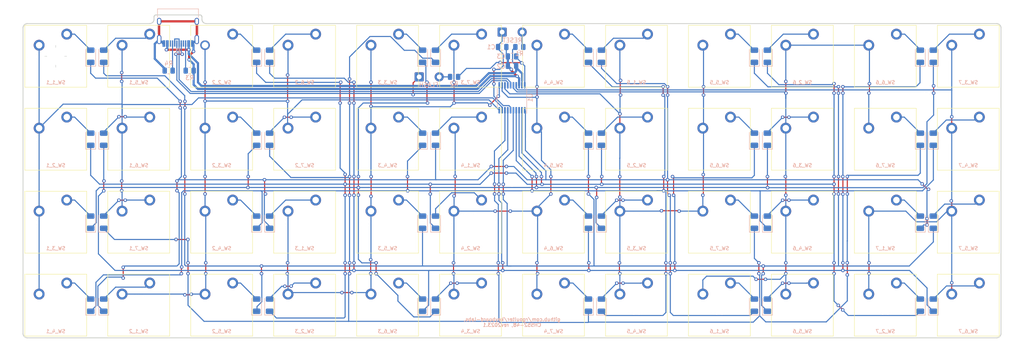
<source format=kicad_pcb>
(kicad_pcb (version 20221018) (generator pcbnew)
  (title_block (title "CH552-48") (date "2023-11-10") (rev "2023.1") (company "Richard Goulter (rgoulter)") (comment 3 "Project: https://github.com/rgoulter/keyboard-labs") (comment 4 "Simple 4x12 ortholinear keyboard using CH552 MCU") (comment 5 "Mounts compatible with PyKey40."))
  (layers (0 "F.Cu" signal "Front") (31 "B.Cu" signal "Back") (34 "B.Paste" user) (35 "F.Paste" user) (36 "B.SilkS" user "B.Silkscreen") (37 "F.SilkS" user "F.Silkscreen") (38 "B.Mask" user) (39 "F.Mask" user) (44 "Edge.Cuts" user))
  (net 0 "")
  (net 1 "/ROW1")
  (net 2 "/ROW2")
  (net 3 "/ROW3")
  (net 4 "/ROW4")
  (net 5 "Net-(D_4_7-A)")
  (net 6 "Net-(D_1_1-A)")
  (net 7 "Net-(D_1_2-A)")
  (net 8 "Net-(D_1_3-A)")
  (net 9 "Net-(D_1_6-A)")
  (net 10 "Net-(D_1_5-A)")
  (net 11 "Net-(D_1_7-A)")
  (net 12 "Net-(D_2_6-A)")
  (net 13 "Net-(D_2_7-A)")
  (net 14 "Net-(D_3_6-A)")
  (net 15 "Net-(D_3_7-A)")
  (net 16 "Net-(D_2_1-A)")
  (net 17 "Net-(D_2_2-A)")
  (net 18 "Net-(D_2_3-A)")
  (net 19 "Net-(D_2_4-A)")
  (net 20 "Net-(D_2_5-A)")
  (net 21 "/ROW5")
  (net 22 "Net-(D_5_1-A)")
  (net 23 "Net-(D_5_2-A)")
  (net 24 "Net-(D_5_3-A)")
  (net 25 "Net-(D_5_5-A)")
  (net 26 "Net-(D_3_1-A)")
  (net 27 "Net-(D_3_2-A)")
  (net 28 "Net-(D_3_3-A)")
  (net 29 "Net-(D_3_4-A)")
  (net 30 "Net-(D_3_5-A)")
  (net 31 "Net-(D_5_6-A)")
  (net 32 "Net-(D_5_7-A)")
  (net 33 "/ROW6")
  (net 34 "Net-(D_6_1-A)")
  (net 35 "Net-(D_6_2-A)")
  (net 36 "Net-(D_4_1-A)")
  (net 37 "Net-(D_4_2-A)")
  (net 38 "Net-(D_4_3-A)")
  (net 39 "Net-(D_6_3-A)")
  (net 40 "Net-(D_4_5-A)")
  (net 41 "Net-(D_4_6-A)")
  (net 42 "Net-(D_6_4-A)")
  (net 43 "Net-(D_6_5-A)")
  (net 44 "Net-(D_6_6-A)")
  (net 45 "Net-(D_6_7-A)")
  (net 46 "/ROW7")
  (net 47 "/COL1")
  (net 48 "/COL2")
  (net 49 "/COL3")
  (net 50 "/COL4")
  (net 51 "/COL5")
  (net 52 "Net-(D_7_1-A)")
  (net 53 "Net-(D_7_2-A)")
  (net 54 "Net-(D_7_4-A)")
  (net 55 "Net-(D_7_5-A)")
  (net 56 "Net-(D_7_6-A)")
  (net 57 "/COL6")
  (net 58 "/COL7")
  (net 59 "/GND")
  (net 60 "/VBUS")
  (net 61 "Net-(J1-CC1)")
  (net 62 "/DOWNLOAD")
  (net 63 "/DM")
  (net 64 "Net-(J1-CC2)")
  (net 65 "Net-(D_1_4-A)")
  (net 66 "Net-(D_4_4-A)")
  (net 67 "Net-(D_5_4-A)")
  (net 68 "Net-(D_7_3-A)")
  (net 69 "/3V3")
  (net 70 "/RESET")
  (net 71 "Net-(SW1-B)")
  (net 72 "Net-(SW2-B)")
  (footprint "ProjectLocal:SW_Cherry_MX_PCB_1.00u_BSilkRef" (layer "F.Cu") (at 57.5 57.5)
    (fp_text reference "SW_1_1")
    (fp_text value "MX-compatible or Kailh Choc v1")
  )
  (footprint "ProjectLocal:SW_Cherry_MX_PCB_1.00u_BSilkRef" (layer "F.Cu") (at 76.55 114.65)
    (fp_text reference "SW_1_2")
    (fp_text value "MX-compatible or Kailh Choc v1")
  )
  (footprint "ProjectLocal:SW_Cherry_MX_PCB_1.00u_BSilkRef" (layer "F.Cu") (at 114.65 95.6)
    (fp_text reference "SW_1_3")
    (fp_text value "MX-compatible or Kailh Choc v1")
  )
  (footprint "ProjectLocal:SW_Cherry_MX_PCB_1.00u_BSilkRef" (layer "F.Cu") (at 190.85 57.5)
    (fp_text reference "SW_1_5")
    (fp_text value "MX-compatible or Kailh Choc v1")
  )
  (footprint "ProjectLocal:SW_Cherry_MX_PCB_1.00u_BSilkRef" (layer "F.Cu") (at 57.5 76.55)
    (fp_text reference "SW_2_1")
    (fp_text value "MX-compatible or Kailh Choc v1")
  )
  (footprint "ProjectLocal:SW_Cherry_MX_PCB_1.00u_BSilkRef" (layer "F.Cu") (at 95.6 57.5)
    (fp_text reference "SW_2_2")
    (fp_text value "MX-compatible or Kailh Choc v1")
  )
  (footprint "ProjectLocal:SW_Cherry_MX_PCB_1.00u_BSilkRef" (layer "F.Cu") (at 114.65 114.65)
    (fp_text reference "SW_2_3")
    (fp_text value "MX-compatible or Kailh Choc v1")
  )
  (footprint "ProjectLocal:SW_Cherry_MX_PCB_1.00u_BSilkRef" (layer "F.Cu") (at 152.75 95.6)
    (fp_text reference "SW_2_4")
    (fp_text value "MX-compatible or Kailh Choc v1")
  )
  (footprint "ProjectLocal:SW_Cherry_MX_PCB_1.00u_BSilkRef" (layer "F.Cu") (at 190.85 76.55)
    (fp_text reference "SW_2_5")
    (fp_text value "MX-compatible or Kailh Choc v1")
  )
  (footprint "ProjectLocal:SW_Cherry_MX_PCB_1.00u_BSilkRef" (layer "F.Cu") (at 57.5 95.6)
    (fp_text reference "SW_3_1")
    (fp_text value "MX-compatible or Kailh Choc v1")
  )
  (footprint "ProjectLocal:SW_Cherry_MX_PCB_1.00u_BSilkRef" (layer "F.Cu") (at 95.6 76.55)
    (fp_text reference "SW_3_2")
    (fp_text value "MX-compatible or Kailh Choc v1")
  )
  (footprint "ProjectLocal:SW_Cherry_MX_PCB_1.00u_BSilkRef" (layer "F.Cu") (at 152.75 114.65)
    (fp_text reference "SW_3_4")
    (fp_text value "MX-compatible or Kailh Choc v1")
  )
  (footprint "ProjectLocal:SW_Cherry_MX_PCB_1.00u_BSilkRef" (layer "F.Cu") (at 190.85 95.6)
    (fp_text reference "SW_3_5")
    (fp_text value "MX-compatible or Kailh Choc v1")
  )
  (footprint "ProjectLocal:SW_Cherry_MX_PCB_1.00u_BSilkRef" (layer "F.Cu") (at 57.5 114.65)
    (fp_text reference "SW_4_1")
    (fp_text value "MX-compatible or Kailh Choc v1")
  )
  (footprint "ProjectLocal:SW_Cherry_MX_PCB_1.00u_BSilkRef" (layer "F.Cu") (at 95.6 95.6)
    (fp_text reference "SW_4_2")
    (fp_text value "MX-compatible or Kailh Choc v1")
  )
  (footprint "ProjectLocal:SW_Cherry_MX_PCB_1.00u_BSilkRef" (layer "F.Cu") (at 133.7 76.55)
    (fp_text reference "SW_4_3")
    (fp_text value "MX-compatible or Kailh Choc v1")
  )
  (footprint "ProjectLocal:SW_Cherry_MX_PCB_1.00u_BSilkRef" (layer "F.Cu") (at 190.85 114.65)
    (fp_text reference "SW_4_5")
    (fp_text value "MX-compatible or Kailh Choc v1")
  )
  (footprint "ProjectLocal:SW_Cherry_MX_PCB_1.00u_BSilkRef" (layer "F.Cu") (at 228.95 95.6)
    (fp_text reference "SW_4_6")
    (fp_text value "MX-compatible or Kailh Choc v1")
  )
  (footprint "MountingHole:MountingHole_2.2mm_M2_DIN965" (layer "F.Cu") (at 67.025 105.125)
    (fp_text reference "H2" hide)
    (fp_text value "MountingHole")
  )
  (footprint "MountingHole:MountingHole_2.2mm_M2_DIN965" (layer "F.Cu") (at 257.525 105.125)
    (fp_text reference "H3" hide)
    (fp_text value "MountingHole")
  )
  (footprint "MountingHole:MountingHole_2.2mm_M2_DIN965" (layer "F.Cu") (at 162.275 86.075)
    (fp_text reference "H5" hide)
    (fp_text value "MountingHole")
  )
  (footprint "MountingHole:MountingHole_2.2mm_M2_DIN965" (layer "F.Cu") (at 257.525 67.025)
    (fp_text reference "H4" hide)
    (fp_text value "MountingHole")
  )
  (footprint "MountingHole:MountingHole_2.2mm_M2_DIN965" (layer "F.Cu") (at 67.025 67.025)
    (fp_text reference "H1" hide)
    (fp_text value "MountingHole")
  )
  (footprint "ProjectLocal:SW_Cherry_MX_PCB_1.00u_BSilkRef" (layer "F.Cu") (at 248 114.65)
    (fp_text reference "SW_2_7")
    (fp_text value "MX-compatible or Kailh Choc v1")
  )
  (footprint "ProjectLocal:SW_Cherry_MX_PCB_1.00u_BSilkRef" (layer "F.Cu") (at 133.7 114.65)
    (fp_text reference "SW_6_3")
    (fp_text value "MX-compatible or Kailh Choc v1")
  )
  (footprint "ProjectLocal:SW_Cherry_MX_PCB_1.00u_BSilkRef" (layer "F.Cu") (at 152.75 76.55)
    (fp_text reference "SW_1_4")
    (fp_text value "MX-compatible or Kailh Choc v1")
  )
  (footprint "ProjectLocal:SW_Cherry_MX_PCB_1.00u_BSilkRef" (layer "F.Cu") (at 209.9 114.65)
    (fp_text reference "SW_1_6")
    (fp_text value "MX-compatible or Kailh Choc v1")
  )
  (footprint "ProjectLocal:SW_Cherry_MX_PCB_1.00u_BSilkRef" (layer "F.Cu") (at 209.9 95.6)
    (fp_text reference "SW_7_5")
    (fp_text value "MX-compatible or Kailh Choc v1")
  )
  (footprint "ProjectLocal:SW_Cherry_MX_PCB_1.00u_BSilkRef" (layer "F.Cu") (at 171.8 76.55)
    (fp_text reference "SW_5_4")
    (fp_text value "MX-compatible or Kailh Choc v1")
  )
  (footprint "ProjectLocal:SW_Cherry_MX_PCB_1.00u_BSilkRef" (layer "F.Cu") (at 171.8 95.6)
    (fp_text reference "SW_6_4")
    (fp_text value "MX-compatible or Kailh Choc v1")
  )
  (footprint "ProjectLocal:SW_Cherry_MX_PCB_1.00u_BSilkRef" (layer "F.Cu") (at 267.05 57.5)
    (fp_text reference "SW_3_7")
    (fp_text value "MX-compatible or Kailh Choc v1")
  )
  (footprint "ProjectLocal:SW_Cherry_MX_PCB_1.00u_BSilkRef" (layer "F.Cu") (at 114.65 57.5)
    (fp_text reference "SW_6_2")
    (fp_text value "MX-compatible or Kailh Choc v1")
  )
  (footprint "ProjectLocal:SW_Cherry_MX_PCB_1.00u_BSilkRef" (layer "F.Cu") (at 133.7 95.6)
    (fp_text reference "SW_5_3")
    (fp_text value "MX-compatible or Kailh Choc v1")
  )
  (footprint "ProjectLocal:SW_Cherry_MX_PCB_1.00u_BSilkRef" (layer "F.Cu") (at 267.05 114.65)
    (fp_text reference "SW_6_7")
    (fp_text value "MX-compatible or Kailh Choc v1")
  )
  (footprint "ProjectLocal:SW_Cherry_MX_PCB_1.00u_BSilkRef" (layer "F.Cu") (at 114.65 76.55)
    (fp_text reference "SW_7_2")
    (fp_text value "MX-compatible or Kailh Choc v1")
  )
  (footprint "ProjectLocal:SW_Cherry_MX_PCB_1.00u_BSilkRef" (layer "F.Cu") (at 171.8 57.5)
    (fp_text reference "SW_4_4")
    (fp_text value "MX-compatible or Kailh Choc v1")
  )
  (footprint "ProjectLocal:SW_Cherry_MX_PCB_1.00u_BSilkRef" (layer "F.Cu") (at 267.05 95.6)
    (fp_text reference "SW_5_7")
    (fp_text value "MX-compatible or Kailh Choc v1")
  )
  (footprint "ProjectLocal:SW_Cherry_MX_PCB_1.00u_BSilkRef" (layer "F.Cu") (at 76.55 57.5)
    (fp_text reference "SW_5_1")
    (fp_text value "MX-compatible or Kailh Choc v1")
  )
  (footprint "ProjectLocal:SW_Cherry_MX_PCB_1.00u_BSilkRef" (layer "F.Cu") (at 248 57.5)
    (fp_text reference "SW_6_6")
    (fp_text value "MX-compatible or Kailh Choc v1")
  )
  (footprint "ProjectLocal:SW_Cherry_MX_PCB_1.00u_BSilkRef" (layer "F.Cu") (at 228.95 57.5)
    (fp_text reference "SW_2_6")
    (fp_text value "MX-compatible or Kailh Choc v1")
  )
  (footprint "ProjectLocal:SW_Cherry_MX_PCB_1.00u_BSilkRef" (layer "F.Cu") (at 209.9 57.5)
    (fp_text reference "SW_5_5")
    (fp_text value "MX-compatible or Kailh Choc v1")
  )
  (footprint "ProjectLocal:SW_Cherry_MX_PCB_1.00u_BSilkRef" (layer "F.Cu") (at 76.55 95.6)
    (fp_text reference "SW_7_1")
    (fp_text value "MX-compatible or Kailh Choc v1")
  )
  (footprint "ProjectLocal:SW_Cherry_MX_PCB_1.00u_BSilkRef" (layer "F.Cu") (at 267.05 76.55)
    (fp_text reference "SW_4_7")
    (fp_text value "MX-compatible or Kailh Choc v1")
  )
  (footprint "ProjectLocal:SW_Cherry_MX_PCB_1.00u_BSilkRef" (layer "F.Cu") (at 228.95 76.55)
    (fp_text reference "SW_3_6")
    (fp_text value "MX-compatible or Kailh Choc v1")
  )
  (footprint "ProjectLocal:SW_Cherry_MX_PCB_1.00u_BSilkRef" (layer "F.Cu") (at 133.7 57.5)
    (fp_text reference "SW_3_3")
    (fp_text value "MX-compatible or Kailh Choc v1")
  )
  (footprint "ProjectLocal:SW_Cherry_MX_PCB_1.00u_BSilkRef" (layer "F.Cu") (at 248 76.55)
    (fp_text reference "SW_7_6")
    (fp_text value "MX-compatible or Kailh Choc v1")
  )
  (footprint "ProjectLocal:SW_Cherry_MX_PCB_1.00u_BSilkRef" (layer "F.Cu") (at 76.55 76.55)
    (fp_text reference "SW_6_1")
    (fp_text value "MX-compatible or Kailh Choc v1")
  )
  (footprint "ProjectLocal:SW_Cherry_MX_PCB_1.00u_BSilkRef" (layer "F.Cu") (at 95.6 114.65)
    (fp_text reference "SW_5_2")
    (fp_text value "MX-compatible or Kailh Choc v1")
  )
  (footprint "ProjectLocal:SW_Cherry_MX_PCB_1.00u_BSilkRef" (layer "F.Cu") (at 209.9 76.55)
    (fp_text reference "SW_6_5")
    (fp_text value "MX-compatible or Kailh Choc v1")
  )
  (footprint "ProjectLocal:SW_Cherry_MX_PCB_1.00u_BSilkRef" (layer "F.Cu") (at 248 95.6)
    (fp_text reference "SW_1_7")
    (fp_text value "MX-compatible or Kailh Choc v1")
  )
  (footprint "ProjectLocal:SW_Cherry_MX_PCB_1.00u_BSilkRef" (layer "F.Cu") (at 228.95 114.65)
    (fp_text reference "SW_5_6")
    (fp_text value "MX-compatible or Kailh Choc v1")
  )
  (footprint "ProjectLocal:SW_Cherry_MX_PCB_1.00u_BSilkRef" (layer "F.Cu") (at 171.8 114.65)
    (fp_text reference "SW_7_4")
    (fp_text value "MX-compatible or Kailh Choc v1")
  )
  (footprint "ProjectLocal:SW_Cherry_MX_PCB_1.00u_BSilkRef" (layer "F.Cu") (at 152.75 57.5)
    (fp_text reference "SW_7_3")
    (fp_text value "MX-compatible or Kailh Choc v1")
  )
  (footprint "Diode_SMD:D_1206_3216Metric" (layer "B.Cu") (at 259.025 114.65 90)
    (fp_text reference "D_6_7" hide)
    (fp_text value "1N4148")
  )
  (footprint "Diode_SMD:D_1206_3216Metric" (layer "B.Cu") (at 144.725 114.65 90)
    (fp_text reference "D_3_4" hide)
    (fp_text value "1N4148")
  )
  (footprint "Diode_SMD:D_1206_3216Metric" (layer "B.Cu") (at 259.025 76.55 90)
    (fp_text reference "D_4_7" hide)
    (fp_text value "1N4148")
  )
  (footprint "Diode_SMD:D_1206_3216Metric" (layer "B.Cu") (at 106.625 114.65 90)
    (fp_text reference "D_2_3" hide)
    (fp_text value "1N4148")
  )
  (footprint "Diode_SMD:D_1206_3216Metric" (layer "B.Cu") (at 182.825 95.6 90)
    (fp_text reference "D_3_5" hide)
    (fp_text value "1N4148")
  )
  (footprint "Diode_SMD:D_1206_3216Metric" (layer "B.Cu") (at 256.025 114.65 90)
    (fp_text reference "D_2_7" hide)
    (fp_text value "1N4148")
  )
  (footprint "Diode_SMD:D_1206_3216Metric" (layer "B.Cu") (at 103.625 114.65 90)
    (fp_text reference "D_5_2" hide)
    (fp_text value "1N4148")
  )
  (footprint "Connector_Wire:SolderWire-0.5sqmm_1x02_P4.6mm_D0.9mm_OD2.1mm" (layer "B.Cu") (at 160.006 51.943)
    (fp_text reference "SW1" hide)
    (fp_text value "SW_SPST")
  )
  (footprint "Diode_SMD:D_1206_3216Metric" (layer "B.Cu") (at 68.525 114.65 90)
    (fp_text reference "D_1_2" hide)
    (fp_text value "1N4148")
  )
  (footprint "Diode_SMD:D_1206_3216Metric" (layer "B.Cu") (at 217.925 57.5 90)
    (fp_text reference "D_5_5" hide)
    (fp_text value "1N4148")
  )
  (footprint "Diode_SMD:D_1206_3216Metric" (layer "B.Cu") (at 141.725 114.65 90)
    (fp_text reference "D_6_3" hide)
    (fp_text value "1N4148")
  )
  (footprint "Diode_SMD:D_1206_3216Metric" (layer "B.Cu") (at 259.025 95.6 90)
    (fp_text reference "D_5_7" hide)
    (fp_text value "1N4148")
  )
  (footprint "Diode_SMD:D_1206_3216Metric" (layer "B.Cu") (at 217.925 114.65 90)
    (fp_text reference "D_1_6" hide)
    (fp_text value "1N4148")
  )
  (footprint "Capacitor_SMD:C_0805_2012Metric" (layer "B.Cu") (at 160.02 55.372)
    (fp_text reference "C1")
    (fp_text value "100n")
  )
  (footprint "Diode_SMD:D_1206_3216Metric" (layer "B.Cu") (at 179.825 76.55 90)
    (fp_text reference "D_5_4" hide)
    (fp_text value "1N4148")
  )
  (footprint "Diode_SMD:D_1206_3216Metric" (layer "B.Cu") (at 103.625 76.55 90)
    (fp_text reference "D_3_2" hide)
    (fp_text value "1N4148")
  )
  (footprint "Diode_SMD:D_1206_3216Metric" (layer "B.Cu") (at 144.725 95.6 90)
    (fp_text reference "D_2_4" hide)
    (fp_text value "1N4148")
  )
  (footprint "Diode_SMD:D_1206_3216Metric" (layer "B.Cu") (at 259.025 57.5 90)
    (fp_text reference "D_3_7" hide)
    (fp_text value "1N4148")
  )
  (footprint "Diode_SMD:D_1206_3216Metric" (layer "B.Cu") (at 65.525 95.6 90)
    (fp_text reference "D_3_1" hide)
    (fp_text value "1N4148")
  )
  (footprint "Diode_SMD:D_1206_3216Metric" (layer "B.Cu") (at 144.725 76.55 90)
    (fp_text reference "D_1_4" hide)
    (fp_text value "1N4148")
  )
  (footprint "Capacitor_SMD:C_0805_2012Metric" (layer "B.Cu") (at 162.275 57.531 180)
    (fp_text reference "C3")
    (fp_text value "100n")
  )
  (footprint "Diode_SMD:D_1206_3216Metric" (layer "B.Cu") (at 179.825 114.65 90)
    (fp_text reference "D_7_4" hide)
    (fp_text value "1N4148")
  )
  (footprint "Package_SO:TSSOP-20_4.4x6.5mm_P0.65mm" (layer "B.Cu") (at 162.275 67.025 90)
    (fp_text reference "U1")
    (fp_text value "WeAct_CH552CoreBoard")
  )
  (footprint "Connector_Wire:SolderWire-0.5sqmm_1x02_P4.6mm_D0.9mm_OD2.1mm" (layer "B.Cu") (at 140.956 62.23)
    (fp_text reference "SW2" hide)
    (fp_text value "SW_SPST")
  )
  (footprint "Resistor_SMD:R_0805_2012Metric" (layer "B.Cu") (at 88.265 60.8)
    (fp_text reference "R3")
    (fp_text value "5.1k")
  )
  (footprint "Diode_SMD:D_1206_3216Metric" (layer "B.Cu") (at 220.925 76.55 90)
    (fp_text reference "D_3_6" hide)
    (fp_text value "1N4148")
  )
  (footprint "Diode_SMD:D_1206_3216Metric" (layer "B.Cu") (at 182.825 114.65 90)
    (fp_text reference "D_4_5" hide)
    (fp_text value "1N4148")
  )
  (footprint "Diode_SMD:D_1206_3216Metric" (layer "B.Cu") (at 179.825 95.6 90)
    (fp_text reference "D_6_4" hide)
    (fp_text value "1N4148")
  )
  (footprint "Diode_SMD:D_1206_3216Metric" (layer "B.Cu") (at 141.725 57.5 90)
    (fp_text reference "D_3_3" hide)
    (fp_text value "1N4148")
  )
  (footprint "Diode_SMD:D_1206_3216Metric" (layer "B.Cu") (at 256.025 57.5 90)
    (fp_text reference "D_6_6" hide)
    (fp_text value "1N4148")
  )
  (footprint "Resistor_SMD:R_0805_2012Metric" (layer "B.Cu") (at 148.971 62.23)
    (fp_text reference "R2")
    (fp_text value "10K")
  )
  (footprint "Diode_SMD:D_1206_3216Metric" (layer "B.Cu") (at 179.825 57.5 90)
    (fp_text reference "D_4_4" hide)
    (fp_text value "1N4148")
  )
  (footprint "Diode_SMD:D_1206_3216Metric" (layer "B.Cu") (at 182.825 76.55 90)
    (fp_text reference "D_2_5" hide)
    (fp_text value "1N4148")
  )
  (footprint "Diode_SMD:D_1206_3216Metric" (layer "B.Cu") (at 68.525 95.6 90)
    (fp_text reference "D_7_1" hide)
    (fp_text value "1N4148")
  )
  (footprint "Diode_SMD:D_1206_3216Metric" (layer "B.Cu") (at 103.625 95.6 90)
    (fp_text reference "D_4_2" hide)
    (fp_text value "1N4148")
  )
  (footprint "Diode_SMD:D_1206_3216Metric" (layer "B.Cu") (at 106.625 95.6 90)
    (fp_text reference "D_1_3" hide)
    (fp_text value "1N4148")
  )
  (footprint "Diode_SMD:D_1206_3216Metric" (layer "B.Cu") (at 65.525 114.65 90)
    (fp_text reference "D_4_1" hide)
    (fp_text value "1N4148")
  )
  (footprint "Diode_SMD:D_1206_3216Metric" (layer "B.Cu") (at 144.725 57.5 90)
    (fp_text reference "D_7_3" hide)
    (fp_text value "1N4148")
  )
  (footprint "Diode_SMD:D_1206_3216Metric" (layer "B.Cu") (at 217.925 95.6 90)
    (fp_text reference "D_7_5" hide)
    (fp_text value "1N4148")
  )
  (footprint "Diode_SMD:D_1206_3216Metric" (layer "B.Cu") (at 68.525 57.5 90)
    (fp_text reference "D_5_1" hide)
    (fp_text value "1N4148")
  )
  (footprint "Diode_SMD:D_1206_3216Metric" (layer "B.Cu") (at 217.925 76.55 90)
    (fp_text reference "D_6_5" hide)
    (fp_text value "1N4148")
  )
  (footprint "Diode_SMD:D_1206_3216Metric" (layer "B.Cu") (at 256.025 76.55 90)
    (fp_text reference "D_7_6" hide)
    (fp_text value "1N4148")
  )
  (footprint "Diode_SMD:D_1206_3216Metric" (layer "B.Cu") (at 68.525 76.55 90)
    (fp_text reference "D_6_1" hide)
    (fp_text value "1N4148")
  )
  (footprint "Capacitor_SMD:C_0805_2012Metric" (layer "B.Cu") (at 162.275 59.69 180)
    (fp_text reference "C2")
    (fp_text value "100n")
  )
  (footprint "Resistor_SMD:R_0805_2012Metric" (layer "B.Cu") (at 163.957 55.372 180)
    (fp_text reference "R1")
    (fp_text value "330R")
  )
  (footprint "Connector_USB:USB_C_Receptacle_HRO_TYPE-C-31-M-12" (layer "B.Cu") (at 85.575 50.52925)
    (fp_text reference "J1")
    (fp_text value "USB_C_Receptacle_USB2.0")
  )
  (footprint "Resistor_SMD:R_0805_2012Metric" (layer "B.Cu") (at 83.439 60.8 180)
    (fp_text reference "R4")
    (fp_text value "5.1k")
  )
  (footprint "Diode_SMD:D_1206_3216Metric" (layer "B.Cu") (at 182.825 57.5 90)
    (fp_text reference "D_1_5" hide)
    (fp_text value "1N4148")
  )
  (footprint "Diode_SMD:D_1206_3216Metric" (layer "B.Cu") (at 106.625 76.55 90)
    (fp_text reference "D_7_2" hide)
    (fp_text value "1N4148")
  )
  (footprint "Diode_SMD:D_1206_3216Metric" (layer "B.Cu") (at 220.925 114.65 90)
    (fp_text reference "D_5_6" hide)
    (fp_text value "1N4148")
  )
  (footprint "Diode_SMD:D_1206_3216Metric" (layer "B.Cu") (at 65.525 57.5 90)
    (fp_text reference "D_1_1" hide)
    (fp_text value "1N4148")
  )
  (footprint "Diode_SMD:D_1206_3216Metric" (layer "B.Cu") (at 141.725 76.55 90)
    (fp_text reference "D_4_3" hide)
    (fp_text value "1N4148")
  )
  (footprint "Diode_SMD:D_1206_3216Metric" (layer "B.Cu") (at 65.525 76.55 90)
    (fp_text reference "D_2_1" hide)
    (fp_text value "1N4148")
  )
  (footprint "Diode_SMD:D_1206_3216Metric" (layer "B.Cu") (at 106.625 57.5 90)
    (fp_text reference "D_6_2" hide)
    (fp_text value "1N4148")
  )
  (footprint "Diode_SMD:D_1206_3216Metric" (layer "B.Cu") (at 141.725 95.6 90)
    (fp_text reference "D_5_3" hide)
    (fp_text value "1N4148")
  )
  (footprint "Diode_SMD:D_1206_3216Metric" (layer "B.Cu") (at 256.025 95.6 90)
    (fp_text reference "D_1_7" hide)
    (fp_text value "1N4148")
  )
  (footprint "Diode_SMD:D_1206_3216Metric" (layer "B.Cu") (at 220.925 95.6 90)
    (fp_text reference "D_4_6" hide)
    (fp_text value "1N4148")
  )
  (footprint "Diode_SMD:D_1206_3216Metric" (layer "B.Cu") (at 220.925 57.5 90)
    (fp_text reference "D_2_6" hide)
    (fp_text value "1N4148")
  )
  (footprint "Diode_SMD:D_1206_3216Metric" (layer "B.Cu") (at 103.625 57.5 90)
    (fp_text reference "D_2_2" hide)
    (fp_text value "1N4148")
  )
  (gr_line (start 90.575 48) (end 80.575 48) (stroke (width 0.2)) (layer "Edge.Cuts"))
  (gr_line (start 50.690979 122.1011) (end 50.792084 122.1281) (stroke (width 0.2)) (layer "Edge.Cuts"))
  (gr_line (start 79.8181 49.669128) (end 79.7441 49.743134) (stroke (width 0.2)) (layer "Edge.Cuts"))
  (gr_line (start 80.1705 48.2061) (end 80.142 48.25) (stroke (width 0.2)) (layer "Edge.Cuts"))
  (gr_line (start 273.655 50.005478) (end 273.55 50) (stroke (width 0.2)) (layer "Edge.Cuts"))
  (gr_line (start 50.330856 50.256851) (end 50.256851 50.330856) (stroke (width 0.2)) (layer "Edge.Cuts"))
  (gr_line (start 90.7295 48.02446) (end 90.679 48.01093) (stroke (width 0.2)) (layer "Edge.Cuts"))
  (gr_line (start 51 50) (end 50.895462 50.005478) (stroke (width 0.2)) (layer "Edge.Cuts"))
  (gr_line (start 50 121.15) (end 50.005478 121.2545) (stroke (width 0.2)) (layer "Edge.Cuts"))
  (gr_line (start 273.55 122.15) (end 273.655 122.1445) (stroke (width 0.2)) (layer "Edge.Cuts"))
  (gr_line (start 91.6683 49.913544) (end 91.575 49.866013) (stroke (width 0.2)) (layer "Edge.Cuts"))
  (gr_line (start 274.138 121.959) (end 274.219 121.8931) (stroke (width 0.2)) (layer "Edge.Cuts"))
  (gr_line (start 90.6273 48.00273) (end 90.575 48) (stroke (width 0.2)) (layer "Edge.Cuts"))
  (gr_line (start 274.359 121.7378) (end 274.416 121.65) (stroke (width 0.2)) (layer "Edge.Cuts"))
  (gr_line (start 91.075 48.5) (end 91.0723 48.44772) (stroke (width 0.2)) (layer "Edge.Cuts"))
  (gr_line (start 274.55 51) (end 274.545 50.895462) (stroke (width 0.2)) (layer "Edge.Cuts"))
  (gr_line (start 274.05 50.133972) (end 273.957 50.086441) (stroke (width 0.2)) (layer "Edge.Cuts"))
  (gr_line (start 91.575 49.866013) (end 91.4872 49.809006) (stroke (width 0.2)) (layer "Edge.Cuts"))
  (gr_line (start 50.593262 122.0636) (end 50.690979 122.1011) (stroke (width 0.2)) (layer "Edge.Cuts"))
  (gr_line (start 273.957 50.086441) (end 273.859 50.048935) (stroke (width 0.2)) (layer "Edge.Cuts"))
  (gr_line (start 90.7784 48.04321) (end 90.7295 48.02446) (stroke (width 0.2)) (layer "Edge.Cuts"))
  (gr_line (start 274.55 121.15) (end 274.55 51) (stroke (width 0.2)) (layer "Edge.Cuts"))
  (gr_line (start 92.075 50) (end 91.9705 49.994507) (stroke (width 0.2)) (layer "Edge.Cuts"))
  (gr_line (start 80.0859 48.39604) (end 80.0777 48.44772) (stroke (width 0.2)) (layer "Edge.Cuts"))
  (gr_line (start 50.021851 121.3579) (end 50.048935 121.459) (stroke (width 0.2)) (layer "Edge.Cuts"))
  (gr_line (start 80.3716 48.04321) (end 80.325 48.06699) (stroke (width 0.2)) (layer "Edge.Cuts"))
  (gr_line (start 50.256851 50.330856) (end 50.190979 50.412201) (stroke (width 0.2)) (layer "Edge.Cuts"))
  (gr_line (start 50.190979 50.412201) (end 50.133972 50.5) (stroke (width 0.2)) (layer "Edge.Cuts"))
  (gr_line (start 80.0531 49.207901) (end 80.026 49.309006) (stroke (width 0.2)) (layer "Edge.Cuts"))
  (gr_line (start 91.8671 49.978134) (end 91.766 49.95105) (stroke (width 0.2)) (layer "Edge.Cuts"))
  (gr_line (start 90.9466 48.16542) (end 90.9096 48.12842) (stroke (width 0.2)) (layer "Edge.Cuts"))
  (gr_line (start 90.679 48.01093) (end 90.6273 48.00273) (stroke (width 0.2)) (layer "Edge.Cuts"))
  (gr_line (start 91.766 49.95105) (end 91.6683 49.913544) (stroke (width 0.2)) (layer "Edge.Cuts"))
  (gr_line (start 91.0505 48.34549) (end 91.0318 48.29663) (stroke (width 0.2)) (layer "Edge.Cuts"))
  (gr_line (start 274.464 121.5567) (end 274.501 121.459) (stroke (width 0.2)) (layer "Edge.Cuts"))
  (gr_line (start 274.219 121.8931) (end 274.293 121.8191) (stroke (width 0.2)) (layer "Edge.Cuts"))
  (gr_line (start 90.9096 48.12842) (end 90.8689 48.09549) (stroke (width 0.2)) (layer "Edge.Cuts"))
  (gr_line (start 274.501 50.690979) (end 274.464 50.593262) (stroke (width 0.2)) (layer "Edge.Cuts"))
  (gr_line (start 91.4059 49.743134) (end 91.3318 49.669128) (stroke (width 0.2)) (layer "Edge.Cuts"))
  (gr_line (start 79.075 50) (end 51 50) (stroke (width 0.2)) (layer "Edge.Cuts"))
  (gr_line (start 80.471 48.01093) (end 80.4205 48.02446) (stroke (width 0.2)) (layer "Edge.Cuts"))
  (gr_line (start 79.941 49.5) (end 79.884 49.587784) (stroke (width 0.2)) (layer "Edge.Cuts"))
  (gr_line (start 50.5 50.133972) (end 50.412201 50.190979) (stroke (width 0.2)) (layer "Edge.Cuts"))
  (gr_line (start 274.359 50.412201) (end 274.293 50.330856) (stroke (width 0.2)) (layer "Edge.Cuts"))
  (gr_line (start 80.0995 48.34549) (end 80.0859 48.39604) (stroke (width 0.2)) (layer "Edge.Cuts"))
  (gr_line (start 50.021851 50.792084) (end 50.005478 50.895462) (stroke (width 0.2)) (layer "Edge.Cuts"))
  (gr_line (start 91.4872 49.809006) (end 91.4059 49.743134) (stroke (width 0.2)) (layer "Edge.Cuts"))
  (gr_line (start 274.528 50.792084) (end 274.501 50.690979) (stroke (width 0.2)) (layer "Edge.Cuts"))
  (gr_line (start 274.416 121.65) (end 274.464 121.5567) (stroke (width 0.2)) (layer "Edge.Cuts"))
  (gr_line (start 50.133972 50.5) (end 50.086441 50.593262) (stroke (width 0.2)) (layer "Edge.Cuts"))
  (gr_line (start 51 122.15) (end 273.55 122.15) (stroke (width 0.2)) (layer "Edge.Cuts"))
  (gr_line (start 50.048935 121.459) (end 50.086441 121.5567) (stroke (width 0.2)) (layer "Edge.Cuts"))
  (gr_line (start 273.859 122.1011) (end 273.957 122.0636) (stroke (width 0.2)) (layer "Edge.Cuts"))
  (gr_line (start 91.209 49.5) (end 91.1614 49.406723) (stroke (width 0.2)) (layer "Edge.Cuts"))
  (gr_line (start 90.825 48.06699) (end 90.7784 48.04321) (stroke (width 0.2)) (layer "Edge.Cuts"))
  (gr_line (start 273.859 50.048935) (end 273.758 50.021851) (stroke (width 0.2)) (layer "Edge.Cuts"))
  (gr_line (start 50 51) (end 50 121.15) (stroke (width 0.2)) (layer "Edge.Cuts"))
  (gr_line (start 50.895462 50.005478) (end 50.792084 50.021851) (stroke (width 0.2)) (layer "Edge.Cuts"))
  (gr_line (start 80.075 48.5) (end 80.075 49) (stroke (width 0.2)) (layer "Edge.Cuts"))
  (gr_line (start 80.142 48.25) (end 80.1182 48.29663) (stroke (width 0.2)) (layer "Edge.Cuts"))
  (gr_line (start 50.256851 121.8191) (end 50.330856 121.8931) (stroke (width 0.2)) (layer "Edge.Cuts"))
  (gr_line (start 79.2829 49.978134) (end 79.1795 49.994507) (stroke (width 0.2)) (layer "Edge.Cuts"))
  (gr_line (start 91.0968 49.207901) (end 91.0805 49.104523) (stroke (width 0.2)) (layer "Edge.Cuts"))
  (gr_line (start 50.086441 121.5567) (end 50.133972 121.65) (stroke (width 0.2)) (layer "Edge.Cuts"))
  (gr_line (start 50.330856 121.8931) (end 50.412201 121.959) (stroke (width 0.2)) (layer "Edge.Cuts"))
  (gr_line (start 80.325 48.06699) (end 80.2811 48.09549) (stroke (width 0.2)) (layer "Edge.Cuts"))
  (gr_line (start 50.048935 50.690979) (end 50.021851 50.792084) (stroke (width 0.2)) (layer "Edge.Cuts"))
  (gr_line (start 50.086441 50.593262) (end 50.048935 50.690979) (stroke (width 0.2)) (layer "Edge.Cuts"))
  (gr_line (start 274.219 50.256851) (end 274.138 50.190979) (stroke (width 0.2)) (layer "Edge.Cuts"))
  (gr_line (start 80.075 49) (end 80.0695 49.104523) (stroke (width 0.2)) (layer "Edge.Cuts"))
  (gr_line (start 50.895462 122.1445) (end 51 122.15) (stroke (width 0.2)) (layer "Edge.Cuts"))
  (gr_line (start 274.545 50.895462) (end 274.528 50.792084) (stroke (width 0.2)) (layer "Edge.Cuts"))
  (gr_line (start 90.8689 48.09549) (end 90.825 48.06699) (stroke (width 0.2)) (layer "Edge.Cuts"))
  (gr_line (start 79.7441 49.743134) (end 79.6628 49.809006) (stroke (width 0.2)) (layer "Edge.Cuts"))
  (gr_line (start 50.5 122.016) (end 50.593262 122.0636) (stroke (width 0.2)) (layer "Edge.Cuts"))
  (gr_line (start 79.884 49.587784) (end 79.8181 49.669128) (stroke (width 0.2)) (layer "Edge.Cuts"))
  (gr_line (start 80.2811 48.09549) (end 80.2404 48.12842) (stroke (width 0.2)) (layer "Edge.Cuts"))
  (gr_line (start 91.0318 48.29663) (end 91.008 48.25) (stroke (width 0.2)) (layer "Edge.Cuts"))
  (gr_line (start 80.0695 49.104523) (end 80.0531 49.207901) (stroke (width 0.2)) (layer "Edge.Cuts"))
  (gr_line (start 91.008 48.25) (end 90.9795 48.2061) (stroke (width 0.2)) (layer "Edge.Cuts"))
  (gr_line (start 274.545 121.2545) (end 274.55 121.15) (stroke (width 0.2)) (layer "Edge.Cuts"))
  (gr_line (start 80.026 49.309006) (end 79.9885 49.406723) (stroke (width 0.2)) (layer "Edge.Cuts"))
  (gr_line (start 50.792084 50.021851) (end 50.690979 50.048935) (stroke (width 0.2)) (layer "Edge.Cuts"))
  (gr_line (start 50.133972 121.65) (end 50.190979 121.7378) (stroke (width 0.2)) (layer "Edge.Cuts"))
  (gr_line (start 80.2404 48.12842) (end 80.2034 48.16542) (stroke (width 0.2)) (layer "Edge.Cuts"))
  (gr_line (start 91.9705 49.994507) (end 91.8671 49.978134) (stroke (width 0.2)) (layer "Edge.Cuts"))
  (gr_line (start 79.384 49.95105) (end 79.2829 49.978134) (stroke (width 0.2)) (layer "Edge.Cuts"))
  (gr_line (start 91.266 49.587784) (end 91.209 49.5) (stroke (width 0.2)) (layer "Edge.Cuts"))
  (gr_line (start 274.138 50.190979) (end 274.05 50.133972) (stroke (width 0.2)) (layer "Edge.Cuts"))
  (gr_line (start 79.1795 49.994507) (end 79.075 50) (stroke (width 0.2)) (layer "Edge.Cuts"))
  (gr_line (start 274.416 50.5) (end 274.359 50.412201) (stroke (width 0.2)) (layer "Edge.Cuts"))
  (gr_line (start 50.690979 50.048935) (end 50.593262 50.086441) (stroke (width 0.2)) (layer "Edge.Cuts"))
  (gr_line (start 50.412201 50.190979) (end 50.330856 50.256851) (stroke (width 0.2)) (layer "Edge.Cuts"))
  (gr_line (start 91.3318 49.669128) (end 91.266 49.587784) (stroke (width 0.2)) (layer "Edge.Cuts"))
  (gr_line (start 91.075 49) (end 91.075 48.5) (stroke (width 0.2)) (layer "Edge.Cuts"))
  (gr_line (start 91.1239 49.309006) (end 91.0968 49.207901) (stroke (width 0.2)) (layer "Edge.Cuts"))
  (gr_line (start 79.6628 49.809006) (end 79.575 49.866013) (stroke (width 0.2)) (layer "Edge.Cuts"))
  (gr_line (start 80.0777 48.44772) (end 80.075 48.5) (stroke (width 0.2)) (layer "Edge.Cuts"))
  (gr_line (start 274.05 122.016) (end 274.138 121.959) (stroke (width 0.2)) (layer "Edge.Cuts"))
  (gr_line (start 91.0805 49.104523) (end 91.075 49) (stroke (width 0.2)) (layer "Edge.Cuts"))
  (gr_line (start 273.758 50.021851) (end 273.655 50.005478) (stroke (width 0.2)) (layer "Edge.Cuts"))
  (gr_line (start 274.293 121.8191) (end 274.359 121.7378) (stroke (width 0.2)) (layer "Edge.Cuts"))
  (gr_line (start 273.655 122.1445) (end 273.758 122.1281) (stroke (width 0.2)) (layer "Edge.Cuts"))
  (gr_line (start 50.593262 50.086441) (end 50.5 50.133972) (stroke (width 0.2)) (layer "Edge.Cuts"))
  (gr_line (start 91.0641 48.39604) (end 91.0505 48.34549) (stroke (width 0.2)) (layer "Edge.Cuts"))
  (gr_line (start 90.9795 48.2061) (end 90.9466 48.16542) (stroke (width 0.2)) (layer "Edge.Cuts"))
  (gr_line (start 274.501 121.459) (end 274.528 121.3579) (stroke (width 0.2)) (layer "Edge.Cuts"))
  (gr_line (start 80.5227 48.00273) (end 80.471 48.01093) (stroke (width 0.2)) (layer "Edge.Cuts"))
  (gr_line (start 274.464 50.593262) (end 274.416 50.5) (stroke (width 0.2)) (layer "Edge.Cuts"))
  (gr_line (start 79.9885 49.406723) (end 79.941 49.5) (stroke (width 0.2)) (layer "Edge.Cuts"))
  (gr_line (start 273.758 122.1281) (end 273.859 122.1011) (stroke (width 0.2)) (layer "Edge.Cuts"))
  (gr_line (start 50.412201 121.959) (end 50.5 122.016) (stroke (width 0.2)) (layer "Edge.Cuts"))
  (gr_line (start 274.293 50.330856) (end 274.219 50.256851) (stroke (width 0.2)) (layer "Edge.Cuts"))
  (gr_line (start 50.005478 121.2545) (end 50.021851 121.3579) (stroke (width 0.2)) (layer "Edge.Cuts"))
  (gr_line (start 273.55 50) (end 92.075 50) (stroke (width 0.2)) (layer "Edge.Cuts"))
  (gr_line (start 50.792084 122.1281) (end 50.895462 122.1445) (stroke (width 0.2)) (layer "Edge.Cuts"))
  (gr_line (start 79.575 49.866013) (end 79.4817 49.913544) (stroke (width 0.2)) (layer "Edge.Cuts"))
  (gr_line (start 50.005478 50.895462) (end 50 51) (stroke (width 0.2)) (layer "Edge.Cuts"))
  (gr_line (start 80.2034 48.16542) (end 80.1705 48.2061) (stroke (width 0.2)) (layer "Edge.Cuts"))
  (gr_line (start 80.1182 48.29663) (end 80.0995 48.34549) (stroke (width 0.2)) (layer "Edge.Cuts"))
  (gr_line (start 273.957 122.0636) (end 274.05 122.016) (stroke (width 0.2)) (layer "Edge.Cuts"))
  (gr_line (start 91.1614 49.406723) (end 91.1239 49.309006) (stroke (width 0.2)) (layer "Edge.Cuts"))
  (gr_line (start 79.4817 49.913544) (end 79.384 49.95105) (stroke (width 0.2)) (layer "Edge.Cuts"))
  (gr_line (start 80.575 48) (end 80.5227 48.00273) (stroke (width 0.2)) (layer "Edge.Cuts"))
  (gr_line (start 91.0723 48.44772) (end 91.0641 48.39604) (stroke (width 0.2)) (layer "Edge.Cuts"))
  (gr_line (start 80.4205 48.02446) (end 80.3716 48.04321) (stroke (width 0.2)) (layer "Edge.Cuts"))
  (gr_line (start 274.528 121.3579) (end 274.545 121.2545) (stroke (width 0.2)) (layer "Edge.Cuts"))
  (gr_line (start 50.190979 121.7378) (end 50.256851 121.8191) (stroke (width 0.2)) (layer "Edge.Cuts"))
  (gr_text "github.com/rgoulter/keyboard-labs,\n${TITLE}, rev${REVISION}" (at 162.275 118.5672) (layer "B.SilkS") (effects (font (size 0.8 0.8) (thickness 0.16)) (justify mirror)))
  (gr_text "RESET" (at 162.3568 54.4068) (layer "B.SilkS") (effects (font (size 1 1)) (justify bottom mirror)))
  (gr_text "FLASH" (at 145.542 64.643) (layer "B.SilkS") (effects (font (size 1 1)) (justify left bottom mirror)))
  (target plus (at 57.5 57.5) (size 5) (width 0.09906) (layer "Edge.Cuts"))
  (target plus (at 57.5 57.5) (size 5) (width 0.09906) (layer "Edge.Cuts"))
  (segment (start 257.699106 88.047344) (end 256.461383 86.809621) (width 0.25) (layer "F.Cu") (net 1))
  (segment (start 198.628 107.4045) (end 198.628 104.9395) (width 0.25) (layer "F.Cu") (net 1))
  (segment (start 197.993 89.027) (end 198.374 89.408) (width 0.25) (layer "F.Cu") (net 1))
  (segment (start 86.08295 69.3045) (end 86.08295 67.8555) (width 0.25) (layer "F.Cu") (net 1))
  (segment (start 197.993 85.852) (end 197.993 89.027) (width 0.25) (layer "F.Cu") (net 1))
  (segment (start 257.909254 88.047344) (end 257.699106 88.047344) (width 0.25) (layer "F.Cu") (net 1))
  (segment (start 85.344 86.1435) (end 85.344 88.3545) (width 0.25) (layer "F.Cu") (net 1))
  (segment (start 105.664 89.1165) (end 105.4745 88.927) (width 0.25) (layer "F.Cu") (net 1))
  (segment (start 72.9996 105.9555) (end 72.9996 108.4205) (width 0.25) (layer "F.Cu") (net 1))
  (segment (start 197.993 64.5005) (end 197.993 66.3995) (width 0.25) (layer "F.Cu") (net 1))
  (segment (start 257.57585 94.79935) (end 257.556 94.7795) (width 0.25) (layer "F.Cu") (net 1))
  (segment (start 257.57585 96.2285) (end 257.57585 94.79935) (width 0.25) (layer "F.Cu") (net 1))
  (segment (start 105.4745 85.8911) (end 105.4354 85.852) (width 0.25) (layer "F.Cu") (net 1))
  (segment (start 157.5175 82.804) (end 160.9985 82.804) (width 0.25) (layer "F.Cu") (net 1))
  (segment (start 105.4745 88.927) (end 105.4745 85.8911) (width 0.25) (layer "F.Cu") (net 1))
  (via (at 85.344 86.1435) (size 0.8) (drill 0.4) (layers "F.Cu" "B.Cu") (net 1))
  (via (at 157.5175 82.804) (size 0.8) (drill 0.4) (layers "F.Cu" "B.Cu") (net 1))
  (via (at 257.909254 88.047344) (size 0.8) (drill 0.4) (layers "F.Cu" "B.Cu") (net 1))
  (via (at 197.993 85.852) (size 0.8) (drill 0.4) (layers "F.Cu" "B.Cu") (net 1))
  (via (at 257.57585 96.2285) (size 0.8) (drill 0.4) (layers "F.Cu" "B.Cu") (net 1))
  (via (at 257.556 94.7795) (size 0.8) (drill 0.4) (layers "F.Cu" "B.Cu") (net 1))
  (via (at 198.374 89.408) (size 0.8) (drill 0.4) (layers "F.Cu" "B.Cu") (net 1))
  (via (at 86.08295 69.3045) (size 0.8) (drill 0.4) (layers "F.Cu" "B.Cu") (net 1))
  (via (at 86.08295 67.8555) (size 0.8) (drill 0.4) (layers "F.Cu" "B.Cu") (net 1))
  (via (at 72.9996 108.4205) (size 0.8) (drill 0.4) (layers "F.Cu" "B.Cu") (net 1))
  (via (at 105.4354 85.852) (size 0.8) (drill 0.4) (layers "F.Cu" "B.Cu") (net 1))
  (via (at 160.9985 82.804) (size 0.8) (drill 0.4) (layers "F.Cu" "B.Cu") (net 1))
  (via (at 72.9996 105.9555) (size 0.8) (drill 0.4) (layers "F.Cu" "B.Cu") (net 1))
  (via (at 85.344 88.3545) (size 0.8) (drill 0.4) (layers "F.Cu" "B.Cu") (net 1))
  (via (at 197.993 66.3995) (size 0.8) (drill 0.4) (layers "F.Cu" "B.Cu") (net 1))
  (via (at 198.628 104.9395) (size 0.8) (drill 0.4) (layers "F.Cu" "B.Cu") (net 1))
  (via (at 197.993 64.5005) (size 0.8) (drill 0.4) (layers "F.Cu" "B.Cu") (net 1))
  (via (at 105.664 89.1165) (size 0.8) (drill 0.4) (layers "F.Cu" "B.Cu") (net 1))
  (via (at 256.461383 86.809621) (size 0.8) (drill 0.4) (layers "F.Cu" "B.Cu") (net 1))
  (via (at 198.628 107.4045) (size 0.8) (drill 0.4) (layers "F.Cu" "B.Cu") (net 1))
  (segment (start 66.6495 62.5245) (end 65.525 61.4) (width 0.25) (layer "B.Cu") (net 1))
  (segment (start 67.183 114.708) (end 68.525 116.05) (width 0.25) (layer "B.Cu") (net 1))
  (segment (start 165.354 79.121) (end 165.354 70.0415) (width 0.25) (layer "B.Cu") (net 1))
  (segment (start 85.852 88.8625) (end 85.344 88.3545) (width 0.25) (layer "B.Cu") (net 1))
  (segment (start 170.053 83.82) (end 165.354 79.121) (width 0.25) (layer "B.Cu") (net 1))
  (segment (start 257.556 94.7795) (end 257.556 88.400598) (width 0.25) (layer "B.Cu") (net 1))
  (segment (start 256.7965 96.2285) (end 256.025 97) (width 0.25) (layer "B.Cu") (net 1))
  (segment (start 105.4354 85.852) (end 144.78 85.852) (width 0.25) (layer "B.Cu") (net 1))
  (segment (start 199.321 117.025) (end 216.95 117.025) (width 0.25) (layer "B.Cu") (net 1))
  (segment (start 255.503762 85.852) (end 256.461383 86.809621) (width 0.25) (layer "B.Cu") (net 1))
  (segment (start 197.277305 63.7755) (end 186.3305 63.7755) (width 0.25) (layer "B.Cu") (net 1))
  (segment (start 69.2658 108.204) (end 67.183 110.2868) (width 0.25) (layer "B.Cu") (net 1))
  (segment (start 105.4354 85.852) (end 85.6355 85.852) (width 0.25) (layer "B.Cu") (net 1))
  (segment (start 73.2911 105.664) (end 85.344 105.664) (width 0.25) (layer "B.Cu") (net 1))
  (segment (start 198.628 89.662) (end 198.374 89.408) (width 0.25) (layer "B.Cu") (net 1))
  (segment (start 85.344 86.1435) (end 86.36 85.1275) (width 0.25) (layer "B.Cu") (net 1))
  (segment (start 186.3305 63.7755) (end 182.825 60.27) (width 0.25) (layer "B.Cu") (net 1))
  (segment (start 65.525 61.4) (end 65.525 58.9) (width 0.25) (layer "B.Cu") (net 1))
  (segment (start 197.993 66.3995) (end 197.993 85.852) (width 0.25) (layer "B.Cu") (net 1))
  (segment (start 105.41 89.3705) (end 105.41 95.3125) (width 0.25) (layer "B.Cu") (net 1))
  (segment (start 105.41 95.3125) (end 106.625 96.5275) (width 0.25) (layer "B.Cu") (net 1))
  (segment (start 170.053 85.852) (end 170.053 83.82) (width 0.25) (layer "B.Cu") (net 1))
  (segment (start 154.4695 85.852) (end 157.5175 82.804) (width 0.25) (layer "B.Cu") (net 1))
  (segment (start 72.9996 105.9555) (end 73.2911 105.664) (width 0.25) (layer "B.Cu") (net 1))
  (segment (start 105.664 89.1165) (end 105.41 89.3705) (width 0.25) (layer "B.Cu") (net 1))
  (segment (start 170.053 85.852) (end 197.993 85.852) (width 0.25) (layer "B.Cu") (net 1))
  (segment (start 144.725 77.95) (end 144.725 85.797) (width 0.25) (layer "B.Cu") (net 1))
  (segment (start 85.344 105.664) (end 85.852 105.156) (width 0.25) (layer "B.Cu") (net 1))
  (segment (start 198.628 104.9395) (end 198.628 89.662) (width 0.25) (layer "B.Cu") (net 1))
  (segment (start 162.687 82.804) (end 165.735 85.852) (width 0.25) (layer "B.Cu") (net 1))
  (segment (start 197.993 85.852) (end 255.503762 85.852) (width 0.25) (layer "B.Cu") (net 1))
  (segment (start 72.7831 108.204) (end 69.2658 108.204) (width 0.25) (layer "B.Cu") (net 1))
  (segment (start 144.78 85.852) (end 154.4695 85.852) (width 0.25) (layer "B.Cu") (net 1))
  (segment (start 197.993 64.5005) (end 197.993 64.491195) (width 0.25) (layer "B.Cu") (net 1))
  (segment (start 160.9985 82.804) (end 162.687 82.804) (width 0.25) (layer "B.Cu") (net 1))
  (segment (start 67.183 110.2868) (end 67.183 114.708) (width 0.25) (layer "B.Cu") (net 1))
  (segment (start 72.9996 108.4205) (end 72.7831 108.204) (width 0.25) (layer "B.Cu") (net 1))
  (segment (start 165.735 85.852) (end 170.053 85.852) (width 0.25) (layer "B.Cu") (net 1))
  (segment (start 198.628 116.332) (end 199.321 117.025) (width 0.25) (layer "B.Cu") (net 1))
  (segment (start 144.725 85.797) (end 144.78 85.852) (width 0.25) (layer "B.Cu") (net 1))
  (segment (start 216.95 117.025) (end 217.925 116.05) (width 0.25) (layer "B.Cu") (net 1))
  (segment (start 257.556 88.400598) (end 257.909254 88.047344) (width 0.25) (layer "B.Cu") (net 1))
  (segment (start 86.36 69.58155) (end 86.08295 69.3045) (width 0.25) (layer "B.Cu") (net 1))
  (segment (start 86.08295 67.79495) (end 80.8125 62.5245) (width 0.25) (layer "B.Cu") (net 1))
  (segment (start 86.36 85.1275) (end 86.36 69.58155) (width 0.25) (layer "B.Cu") (net 1))
  (segment (start 80.8125 62.5245) (end 66.6495 62.5245) (width 0.25) (layer "B.Cu") (net 1))
  (segment (start 182.825 60.27) (end 182.825 58.9) (width 0.25) (layer "B.Cu") (net 1))
  (segment (start 257.57585 96.2285) (end 256.7965 96.2285) (width 0.25) (layer "B.Cu") (net 1))
  (segment (start 86.08295 67.8555) (end 86.08295 67.79495) (width 0.25) (layer "B.Cu") (net 1))
  (segment (start 165.354 70.0415) (end 165.2 69.8875) (width 0.25) (layer "B.Cu") (net 1))
  (segment (start 198.628 107.4045) (end 198.628 116.332) (width 0.25) (layer "B.Cu") (net 1))
  (segment (start 85.6355 85.852) (end 85.344 86.1435) (width 0.25) (layer "B.Cu") (net 1))
  (segment (start 197.993 64.491195) (end 197.277305 63.7755) (width 0.25) (layer "B.Cu") (net 1))
  (segment (start 85.852 105.156) (end 85.852 88.8625) (width 0.25) (layer "B.Cu") (net 1))
  (segment (start 238.205499 115.701299) (end 237.206301 114.702101) (width 0.25) (layer "F.Cu") (net 2))
  (segment (start 236.22 85.1275) (end 236.22 86.868) (width 0.25) (layer "F.Cu") (net 2))
  (segment (start 238.205499 115.752099) (end 238.205499 115.701299) (width 0.25) (layer "F.Cu") (net 2))
  (segment (start 236.22 86.868) (end 236.22 89.1165) (width 0.25) (layer "F.Cu") (net 2))
  (segment (start 122.809 68.2305) (end 122.809 63.5925) (width 0.25) (layer "F.Cu") (net 2))
  (segment (start 169.037 86.7785) (end 169.037 85.1275) (width 0.25) (layer "F.Cu") (net 2))
  (segment (start 160.9985 84.328) (end 157.5175 84.328) (width 0.25) (layer "F.Cu") (net 2))
  (segment (start 182.8038 86.8293) (end 182.88 86.9055) (width 0.25) (layer "F.Cu") (net 2))
  (segment (start 143.51 89.1165) (end 143.51 86.9055) (width 0.25) (layer "F.Cu") (net 2))
  (segment (start 169.164 86.9055) (end 169.037 86.7785) (width 0.25) (layer "F.Cu") (net 2))
  (segment (start 123.952 86.868) (end 123.952 84.6195) (width 0.25) (layer "F.Cu") (net 2))
  (segment (start 236.22 107.4045) (end 236.22 104.9395) (width 0.25) (layer "F.Cu") (net 2))
  (segment (start 182.8038 85.2037) (end 182.8038 86.8293) (width 0.25) (layer "F.Cu") (net 2))
  (segment (start 236.22 65.9495) (end 236.22 63.7915) (width 0.25) (layer "F.Cu") (net 2))
  (segment (start 182.88 85.1275) (end 182.8038 85.2037) (width 0.25) (layer "F.Cu") (net 2))
  (segment (start 123.952 89.408) (end 123.952 86.868) (width 0.25) (layer "F.Cu") (net 2))
  (segment (start 123.952 107.388003) (end 123.952 104.9395) (width 0.25) (layer "F.Cu") (net 2))
  (segment (start 122.809 63.5925) (end 122.936 63.4655) (width 0.25) (layer "F.Cu") (net 2))
  (segment (start 123.968497 107.4045) (end 123.952 107.388003) (width 0.25) (layer "F.Cu") (net 2))
  (via (at 169.037 85.1275) (size 0.8) (drill 0.4) (layers "F.Cu" "B.Cu") (net 2))
  (via (at 182.88 85.1275) (size 0.8) (drill 0.4) (layers "F.Cu" "B.Cu") (net 2))
  (via (at 182.88 86.9055) (size 0.8) (drill 0.4) (layers "F.Cu" "B.Cu") (net 2))
  (via (at 122.936 63.4655) (size 0.8) (drill 0.4) (layers "F.Cu" "B.Cu") (net 2))
  (via (at 123.952 84.6195) (size 0.8) (drill 0.4) (layers "F.Cu" "B.Cu") (net 2))
  (via (at 169.164 86.9055) (size 0.8) (drill 0.4) (layers "F.Cu" "B.Cu") (net 2))
  (via (at 123.968497 107.4045) (size 0.8) (drill 0.4) (layers "F.Cu" "B.Cu") (net 2))
  (via (at 238.205499 115.752099) (size 0.8) (drill 0.4) (layers "F.Cu" "B.Cu") (net 2))
  (via (at 236.22 89.1165) (size 0.8) (drill 0.4) (layers "F.Cu" "B.Cu") (net 2))
  (via (at 122.809 68.2305) (size 0.8) (drill 0.4) (layers "F.Cu" "B.Cu") (net 2))
  (via (at 237.206301 114.702101) (size 0.8) (drill 0.4) (layers "F.Cu" "B.Cu") (net 2))
  (via (at 236.22 63.7915) (size 0.8) (drill 0.4) (layers "F.Cu" "B.Cu") (net 2))
  (via (at 236.22 104.9395) (size 0.8) (drill 0.4) (layers "F.Cu" "B.Cu") (net 2))
  (via (at 143.51 89.1165) (size 0.8) (drill 0.4) (layers "F.Cu" "B.Cu") (net 2))
  (via (at 160.9985 84.328) (size 0.8) (drill 0.4) (layers "F.Cu" "B.Cu") (net 2))
  (via (at 236.22 107.4045) (size 0.8) (drill 0.4) (layers "F.Cu" "B.Cu") (net 2))
  (via (at 123.952 104.9395) (size 0.8) (drill 0.4) (layers "F.Cu" "B.Cu") (net 2))
  (via (at 236.22 65.9495) (size 0.8) (drill 0.4) (layers "F.Cu" "B.Cu") (net 2))
  (via (at 123.952 86.868) (size 0.8) (drill 0.4) (layers "F.Cu" "B.Cu") (net 2))
  (via (at 236.22 85.1275) (size 0.8) (drill 0.4) (layers "F.Cu" "B.Cu") (net 2))
  (via (at 123.952 89.408) (size 0.8) (drill 0.4) (layers "F.Cu" "B.Cu") (net 2))
  (via (at 236.22 86.868) (size 0.8) (drill 0.4) (layers "F.Cu" "B.Cu") (net 2))
  (via (at 143.51 86.9055) (size 0.8) (drill 0.4) (layers "F.Cu" "B.Cu") (net 2))
  (via (at 157.5175 84.328) (size 0.8) (drill 0.4) (layers "F.Cu" "B.Cu") (net 2))
  (segment (start 122.9015 63.5) (end 122.936 63.4655) (width 0.25) (layer "B.Cu") (net 2))
  (segment (start 108.177 117.602) (end 123.698 117.602) (width 0.25) (layer "B.Cu") (net 2))
  (segment (start 106.625 116.05) (end 108.177 117.602) (width 0.25) (layer "B.Cu") (net 2))
  (segment (start 164.55 69.8875) (end 164.55 79.714) (width 0.25) (layer "B.Cu") (net 2))
  (segment (start 169.164 86.9055) (end 182.88 86.9055) (width 0.25) (layer "B.Cu") (net 2))
  (segment (start 123.952 117.348) (end 123.952 107.420997) (width 0.25) (layer "B.Cu") (net 2))
  (segment (start 236.0035 64.008) (end 223.533 64.008) (width 0.25) (layer "B.Cu") (net 2))
  (segment (start 236.22 107.4045) (end 236.22 113.7158) (width 0.25) (layer "B.Cu") (net 2))
  (segment (start 65.525 77.95) (end 65.525 84.829) (width 0.25) (layer "B.Cu") (net 2))
  (segment (start 223.533 64.008) (end 220.925 61.4) (width 0.25) (layer "B.Cu") (net 2))
  (segment (start 164.55 79.714) (end 169.037 84.201) (width 0.25) (layer "B.Cu") (net 2))
  (segment (start 236.22 86.868) (end 182.9175 86.868) (width 0.25) (layer "B.Cu") (net 2))
  (segment (start 157.5175 84.328) (end 154.94 86.9055) (width 0.25) (layer "B.Cu") (net 2))
  (segment (start 123.952 104.9395) (end 123.952 89.408) (width 0.25) (layer "B.Cu") (net 2))
  (segment (start 123.952 107.420997) (end 123.968497 107.4045) (width 0.25) (layer "B.Cu") (net 2))
  (segment (start 154.94 86.9055) (end 143.51 86.9055) (width 0.25) (layer "B.Cu") (net 2))
  (segment (start 143.525 95.8) (end 143.525 89.1315) (width 0.25) (layer "B.Cu") (net 2))
  (segment (start 182.9175 86.868) (end 182.88 86.9055) (width 0.25) (layer "B.Cu") (net 2))
  (segment (start 236.22 65.9495) (end 236.22 85.1275) (width 0.25) (layer "B.Cu") (net 2))
  (segment (start 165.7725 86.9055) (end 163.195 84.328) (width 0.25) (layer "B.Cu") (net 2))
  (segment (start 105.725 63.5) (end 103.625 61.4) (width 0.25) (layer "B.Cu") (net 2))
  (segment (start 122.809 68.2305) (end 122.809 83.185) (width 0.25) (layer "B.Cu") (net 2))
  (segment (start 236.22 104.9395) (end 236.22 89.1165) (width 0.25) (layer "B.Cu") (net 2))
  (segment (start 163.195 84.328) (end 160.9985 84.328) (width 0.25) (layer "B.Cu") (net 2))
  (segment (start 105.725 63.5) (end 122.9015 63.5) (width 0.25) (layer "B.Cu") (net 2))
  (segment (start 67.564 86.868) (end 123.952 86.868) (width 0.25) (layer "B.Cu") (net 2))
  (segment (start 236.22 63.7915) (end 236.0035 64.008) (width 0.25) (layer "B.Cu") (net 2))
  (segment (start 256.025 116.05) (end 255.05 117.025) (width 0.25) (layer "B.Cu") (net 2))
  (segment (start 182.825 85.0725) (end 182.825 77.95) (width 0.25) (layer "B.Cu") (net 2))
  (segment (start 143.4725 86.868) (end 143.51 86.9055) (width 0.25) (layer "B.Cu") (net 2))
  (segment (start 236.22 113.7158) (end 237.206301 114.702101) (width 0.25) (layer "B.Cu") (net 2))
  (segment (start 103.625 61.4) (end 103.625 58.9) (width 0.25) (layer "B.Cu") (net 2))
  (segment (start 123.698 117.602) (end 123.952 117.348) (width 0.25) (layer "B.Cu") (net 2))
  (segment (start 169.164 86.9055) (end 165.7725 86.9055) (width 0.25) (layer "B.Cu") (net 2))
  (segment (start 123.952 84.328) (end 123.952 84.6195) (width 0.25) (layer "B.Cu") (net 2))
  (segment (start 123.952 86.868) (end 143.4725 86.868) (width 0.25) (layer "B.Cu") (net 2))
  (segment (start 65.525 84.829) (end 67.564 86.868) (width 0.25) (layer "B.Cu") (net 2))
  (segment (start 144.725 97) (end 143.525 95.8) (width 0.25) (layer "B.Cu") (net 2))
  (segment (start 182.88 85.1275) (end 182.825 85.0725) (width 0.25) (layer "B.Cu") (net 2))
  (segment (start 122.809 83.185) (end 123.952 84.328) (width 0.25) (layer "B.Cu") (net 2))
  (segment (start 220.925 61.4) (end 220.925 58.9) (width 0.25) (layer "B.Cu") (net 2))
  (segment (start 169.037 84.201) (end 169.037 85.1275) (width 0.25) (layer "B.Cu") (net 2))
  (segment (start 239.4784 117.025) (end 238.205499 115.752099) (width 0.25) (layer "B.Cu") (net 2))
  (segment (start 143.525 89.1315) (end 143.51 89.1165) (width 0.25) (layer "B.Cu") (net 2))
  (segment (start 255.05 117.025) (end 239.4784 117.025) (width 0.25) (layer "B.Cu") (net 2))
  (segment (start 142.748 63.4655) (end 142.748 68.1035) (width 0.25) (layer "F.Cu") (net 3))
  (segment (start 181.7116 87.7316) (end 181.7116 89.9044) (width 0.25) (layer "F.Cu") (net 3))
  (segment (start 181.61 87.63) (end 181.7116 87.7316) (width 0.25) (layer "F.Cu") (net 3))
  (segment (start 142.748 68.1035) (end 142.875 68.2305) (width 0.25) (layer "F.Cu") (net 3))
  (segment (start 181.7116 89.9044) (end 181.7 89.916) (width 0.25) (layer "F.Cu") (net 3))
  (segment (start 101.6375 87.63) (end 101.7016 87.5659) (width 0.25) (layer "F.Cu") (net 3))
  (segment (start 259.08 65.9495) (end 259.08 64.2995) (width 0.25) (layer "F.Cu") (net 3))
  (segment (start 220.9292 85.1275) (end 220.9292 87.6421) (width 0.25) (layer "F.Cu") (net 3))
  (segment (start 167.894 87.63) (end 167.894 85.1275) (width 0.25) (layer "F.Cu") (net 3))
  (segment (start 131.064 107.4045) (end 131.064 104.9395) (width 0.25) (layer "F.Cu") (net 3))
  (segment (start 127 87.6675) (end 127 89.372137) (width 0.25) (layer "F.Cu") (net 3))
  (segment (start 101.7016 87.5659) (end 101.7016 85.1275) (width 0.25) (layer "F.Cu") (net 3))
  (segment (start 127 85.1275) (end 127 87.6675) (width 0.25) (layer "F.Cu") (net 3))
  (segment (start 220.9292 87.6421) (end 220.9546 87.6675) (width 0.25) (layer "F.Cu") (net 3))
  (via (at 167.894 85.1275) (size 0.8) (drill 0.4) (layers "F.Cu" "B.Cu") (net 3))
  (via (at 220.9292 85.1275) (size 0.8) (drill 0.4) (layers "F.Cu" "B.Cu") (net 3))
  (via (at 259.08 65.9495) (size 0.8) (drill 0.4) (layers "F.Cu" "B.Cu") (net 3))
  (via (at 181.61 87.63) (size 0.8) (drill 0.4) (layers "F.Cu" "B.Cu") (net 3))
  (via (at 131.064 107.4045) (size 0.8) (drill 0.4) (layers "F.Cu" "B.Cu") (net 3))
  (via (at 127 89.372137) (size 0.8) (drill 0.4) (layers "F.Cu" "B.Cu") (net 3))
  (via (at 101.7016 85.1275) (size 0.8) (drill 0.4) (layers "F.Cu" "B.Cu") (net 3))
  (via (at 127 87.6675) (size 0.8) (drill 0.4) (layers "F.Cu" "B.Cu") (net 3))
  (via (at 259.08 64.2995) (size 0.8) (drill 0.4) (layers "F.Cu" "B.Cu") (net 3))
  (via (at 142.748 63.4655) (size 0.8) (drill 0.4) (layers "F.Cu" "B.Cu") (net 3))
  (via (at 142.875 68.2305) (size 0.8) (drill 0.4) (layers "F.Cu" "B.Cu") (net 3))
  (via (at 220.9546 87.6675) (size 0.8) (drill 0.4) (layers "F.Cu" "B.Cu") (net 3))
  (via (at 101.6375 87.63) (size 0.8) (drill 0.4) (layers "F.Cu" "B.Cu") (net 3))
  (via (at 131.064 104.9395) (size 0.8) (drill 0.4) (layers "F.Cu" "B.Cu") (net 3))
  (via (at 181.7 89.916) (size 0.8) (drill 0.4) (layers "F.Cu" "B.Cu") (net 3))
  (via (at 167.894 87.63) (size 0.8) (drill 0.4) (layers "F.Cu" "B.Cu") (net 3))
  (via (at 127 85.1275) (size 0.8) (drill 0.4) (layers "F.Cu" "B.Cu") (net 3))
  (segment (start 181.552 95.727) (end 182.825 97) (width 0.25) (layer "B.Cu") (net 3))
  (segment (start 142.494 59.669) (end 141.725 58.9) (width 0.25) (layer "B.Cu") (net 3))
  (segment (start 167.777701 84.328) (end 163.9 80.450299) (width 0.25) (layer "B.Cu") (net 3))
  (segment (start 127 87.6675) (end 127.0375 87.63) (width 0.25) (layer "B.Cu") (net 3))
  (segment (start 101.7016 79.8734) (end 103.625 77.95) (width 0.25) (layer "B.Cu") (net 3))
  (segment (start 220.9292 85.1275) (end 220.925 85.1233) (width 0.25) (layer "B.Cu") (net 3))
  (segment (start 127 89.372137) (end 127 104.14) (width 0.25) (layer "B.Cu") (net 3))
  (segment (start 181.552 90.064) (end 181.552 95.727) (width 0.25) (layer "B.Cu") (net 3))
  (segment (start 143.427 117.348) (end 144.725 116.05) (width 0.25) (layer "B.Cu") (net 3))
  (segment (start 127 104.14) (end 127.7995 104.9395) (width 0.25) (layer "B.Cu") (net 3))
  (segment (start 101.6375 87.63) (end 67.564 87.63) (width 0.25) (layer "B.Cu") (net 3))
  (segment (start 256.815299 87.471) (end 256.618799 87.6675) (width 0.25) (layer "B.Cu") (net 3))
  (segment (start 167.894 85.1275) (end 167.777701 85.011201) (width 0.25) (layer "B.Cu") (net 3))
  (segment (start 181.7 89.916) (end 181.552 90.064) (width 0.25) (layer "B.Cu") (net 3))
  (segment (start 259.08 64.2995) (end 259.025 64.2445) (width 0.25) (layer "B.Cu") (net 3))
  (segment (start 127.7995 104.9395) (end 131.064 104.9395) (width 0.25) (layer "B.Cu") (net 3))
  (segment (start 139.710233 117.348) (end 136.075 113.712767) (width 0.25) (layer "B.Cu") (net 3))
  (segment (start 256.618799 87.6675) (end 220.9546 87.6675) (width 0.25) (layer "B.Cu") (net 3))
  (segment (start 259.08 65.9495) (end 259.08 71.004008) (width 0.25) (layer "B.Cu") (net 3))
  (segment (start 67.564 87.63) (end 66.802 88.392) (width 0.25) (layer "B.Cu") (net 3))
  (segment (start 220.925 85.1233) (end 220.925 77.95) (width 0.25) (layer "B.Cu") (net 3))
  (segment (start 142.748 63.4655) (end 142.494 63.2115) (width 0.25) (layer "B.Cu") (net 3))
  (segment (start 259.08 71.004008) (end 257.556 72.528008) (width 0.25) (layer "B.Cu") (net 3))
  (segment (start 127.0375 87.63) (end 167.894 87.63) (width 0.25) (layer "B.Cu") (net 3))
  (segment (start 101.6375 87.63) (end 126.9625 87.63) (width 0.25) (layer "B.Cu") (net 3))
  (segment (start 136.075 113.712767) (end 136.075 112.4155) (width 0.25) (layer "B.Cu") (net 3))
  (segment (start 142.494 63.2115) (end 142.494 59.669) (width 0.25) (layer "B.Cu") (net 3))
  (segment (start 139.710233 117.348) (end 143.427 117.348) (width 0.25) (layer "B.Cu") (net 3))
  (segment (start 66.802 95.723) (end 65.525 97) (width 0.25) (layer "B.Cu") (net 3))
  (segment (start 128.1115 68.2305) (end 127 69.342) (width 0.25) (layer "B.Cu") (net 3))
  (segment (start 142.875 68.2305) (end 128.1115 68.2305) (width 0.25) (layer "B.Cu") (net 3))
  (segment (start 101.7016 85.1275) (end 101.7016 79.8734) (width 0.25) (layer "B.Cu") (net 3))
  (segment (start 163.9 80.450299) (end 163.9 69.8875) (width 0.25) (layer "B.Cu") (net 3))
  (segment (start 257.556 86.739604) (end 256.824604 87.471) (width 0.25) (layer "B.Cu") (net 3))
  (segment (start 127 69.342) (end 127 85.1275) (width 0.25) (layer "B.Cu") (net 3))
  (segment (start 256.824604 87.471) (end 256.815299 87.471) (width 0.25) (layer "B.Cu") (net 3))
  (segment (start 259.025 64.2445) (end 259.025 58.9) (width 0.25) (layer "B.Cu") (net 3))
  (segment (start 257.556 72.528008) (end 257.556 86.739604) (width 0.25) (layer "B.Cu") (net 3))
  (segment (start 136.075 112.4155) (end 131.064 107.4045) (width 0.25) (layer "B.Cu") (net 3))
  (segment (start 220.9171 87.63) (end 220.9546 87.6675) (width 0.25) (layer "B.Cu") (net 3))
  (segment (start 167.894 87.63) (end 181.61 87.63) (width 0.25) (layer "B.Cu") (net 3))
  (segment (start 167.777701 85.011201) (end 167.777701 84.328) (width 0.25) (layer "B.Cu") (net 3))
  (segment (start 66.802 88.392) (end 66.802 95.723) (width 0.25) (layer "B.Cu") (net 3))
  (segment (start 181.61 87.63) (end 220.9171 87.63) (width 0.25) (layer "B.Cu") (net 3))
  (segment (start 126.9625 87.63) (end 127 87.6675) (width 0.25) (layer "B.Cu") (net 3))
  (segment (start 197.612 107.4045) (end 197.612 104.9395) (width 0.25) (layer "F.Cu") (net 4))
  (segment (start 86.36 105.95594) (end 86.4224 105.89354) (width 0.25) (layer "F.Cu") (net 4))
  (segment (start 138.2776 85.1275) (end 138.2776 88.3412) (width 0.25) (layer "F.Cu") (net 4))
  (segment (start 196.977 66.3995) (end 196.977 64.5005) (width 0.25) (layer "F.Cu") (net 4))
  (segment (start 138.2776 88.3412) (end 138.3284 88.392) (width 0.25) (layer "F.Cu") (net 4))
  (segment (start 166.878 85.143997) (end 166.894497 85.1275) (width 0.25) (layer "F.Cu") (net 4))
  (segment (start 86.36 107.4045) (end 86.36 105.95594) (width 0.25) (layer "F.Cu") (net 4))
  (segment (start 166.878 88.392) (end 166.878 85.143997) (width 0.25) (layer "F.Cu") (net 4))
  (segment (start 197.104 85.1275) (end 197.104 88.392) (width 0.25) (layer "F.Cu") (net 4))
  (via (at 197.612 107.4045) (size 0.8) (drill 0.4) (layers "F.Cu" "B.Cu") (net 4))
  (via (at 166.894497 85.1275) (size 0.8) (drill 0.4) (layers "F.Cu" "B.Cu") (net 4))
  (via (at 138.3284 88.392) (size 0.8) (drill 0.4) (layers "F.Cu" "B.Cu") (net 4))
  (via (at 196.977 66.3995) (size 0.8) (drill 0.4) (layers "F.Cu" "B.Cu") (net 4))
  (via (at 166.878 88.392) (size 0.8) (drill 0.4) (layers "F.Cu" "B.Cu") (net 4))
  (via (at 197.612 104.9395) (size 0.8) (drill 0.4) (layers "F.Cu" "B.Cu") (net 4))
  (via (at 86.4224 105.89354) (size 0.8) (drill 0.4) (layers "F.Cu" "B.Cu") (net 4))
  (via (at 197.104 85.1275) (size 0.8) (drill 0.4) (layers "F.Cu" "B.Cu") (net 4))
  (via (at 196.977 64.5005) (size 0.8) (drill 0.4) (layers "F.Cu" "B.Cu") (net 4))
  (via (at 197.104 88.392) (size 0.8) (drill 0.4) (layers "F.Cu" "B.Cu") (net 4))
  (via (at 138.2776 85.1275) (size 0.8) (drill 0.4) (layers "F.Cu" "B.Cu") (net 4))
  (via (at 86.36 107.4045) (size 0.8) (drill 0.4) (layers "F.Cu" "B.Cu") (net 4))
  (segment (start 197.358 66.7805) (end 197.358 84.8735) (width 0.25) (layer "B.Cu") (net 4))
  (segment (start 219.202 88.392) (end 256.54 88.392) (width 0.25) (layer "B.Cu") (net 4))
  (segment (start 66.733 109.416) (end 66.733 114.842) (width 0.25) (layer "B.Cu") (net 4))
  (segment (start 197.612 116.332) (end 196.919 117.025) (width 0.25) (layer "B.Cu") (net 4))
  (segment (start 256.577 88.355) (end 256.577 88.345695) (width 0.25) (layer "B.Cu") (net 4))
  (segment (start 138.2776 85.1275) (end 138.2776 81.5594) (width 0.25) (layer "B.Cu") (net 4))
  (segment (start 195.58 88.392) (end 219.202 88.392) (width 0.25) (layer "B.Cu") (net 4))
  (segment (start 197.358 84.8735) (end 197.104 85.1275) (width 0.25) (layer "B.Cu") (net 4))
  (segment (start 68.453 107.696) (end 66.733 109.416) (width 0.25) (layer "B.Cu") (net 4))
  (segment (start 141.725 78.112) (end 141.725 77.95) (width 0.25) (layer "B.Cu") (net 4))
  (segment (start 163.25 81.462) (end 163.25 69.8875) (width 0.25) (layer "B.Cu") (net 4))
  (segment (start 86.4224 88.816195) (end 86.846595 88.392) (width 0.25) (layer "B.Cu") (net 4))
  (segment (start 166.878 88.392) (end 195.58 88.392) (width 0.25) (layer "B.Cu") (net 4))
  (segment (start 138.2776 81.5594) (end 141.725 78.112) (width 0.25) (layer "B.Cu") (net 4))
  (segment (start 196.9615 64.516) (end 185.304604 64.516) (width 0.25) (layer "B.Cu") (net 4))
  (segment (start 219.25 88.44) (end 219.202 88.392) (width 0.25) (layer "B.Cu") (net 4))
  (segment (start 220.925 97) (end 219.25 95.325) (width 0.25) (layer "B.Cu") (net 4))
  (segment (start 86.4224 105.89354) (end 86.4224 88.816195) (width 0.25) (layer "B.Cu") (net 4))
  (segment (start 166.894497 85.106497) (end 163.25 81.462) (width 0.25) (layer "B.Cu") (net 4))
  (segment (start 138.3284 88.392) (end 104.648 88.392) (width 0.25) (layer "B.Cu") (net 4))
  (segment (start 197.612 107.4045) (end 197.612 116.332) (width 0.25) (layer "B.Cu") (net 4))
  (segment (start 259.025 85.907) (end 259.025 77.95) (width 0.25) (layer "B.Cu") (net 4))
  (segment (start 104.902 95.723) (end 103.625 97) (width 0.25) (layer "B.Cu") (net 4))
  (segment (start 86.846595 88.392) (end 104.648 88.392) (width 0.25) (layer "B.Cu") (net 4))
  (segment (start 196.977 66.3995) (end 197.358 66.7805) (width 0.25) (layer "B.Cu") (net 4))
  (segment (start 197.612 88.392) (end 197.104 88.392) (width 0.25) (layer "B.Cu") (net 4))
  (segment (start 185.304604 64.516) (end 179.825 59.036396) (width 0.25) (layer "B.Cu") (net 4))
  (segment (start 196.977 64.5005) (end 196.9615 64.516) (width 0.25) (layer "B.Cu") (net 4))
  (segment (start 166.894497 85.1275) (end 166.894497 85.106497) (width 0.25) (layer "B.Cu") (net 4))
  (segment (start 197.612 104.9395) (end 197.612 88.392) (width 0.25) (layer "B.Cu") (net 4))
  (segment (start 219.25 95.325) (end 219.25 88.44) (width 0.25) (layer "B.Cu") (net 4))
  (segment (start 86.0685 107.696) (end 68.453 107.696) (width 0.25) (layer "B.Cu") (net 4))
  (segment (start 256.577 88.345695) (end 257.001695 87.921) (width 0.25) (layer "B.Cu") (net 4))
  (segment (start 104.648 88.392) (end 104.902 88.646) (width 0.25) (layer "B.Cu") (net 4))
  (segment (start 257.011 87.921) (end 259.025 85.907) (width 0.25) (layer "B.Cu") (net 4))
  (segment (start 166.878 88.392) (end 138.3284 88.392) (width 0.25) (layer "B.Cu") (net 4))
  (segment (start 86.36 107.4045) (end 86.0685 107.696) (width 0.25) (layer "B.Cu") (net 4))
  (segment (start 104.902 88.646) (end 104.902 95.723) (width 0.25) (layer "B.Cu") (net 4))
  (segment (start 197.104 88.392) (end 195.58 88.392) (width 0.25) (layer "B.Cu") (net 4))
  (segment (start 196.919 117.025) (end 183.8 117.025) (width 0.25) (layer "B.Cu") (net 4))
  (segment (start 66.733 114.842) (end 65.525 116.05) (width 0.25) (layer "B.Cu") (net 4))
  (segment (start 257.001695 87.921) (end 257.011 87.921) (width 0.25) (layer "B.Cu") (net 4))
  (segment (start 256.54 88.392) (end 256.577 88.355) (width 0.25) (layer "B.Cu") (net 4))
  (segment (start 183.8 117.025) (end 182.825 116.05) (width 0.25) (layer "B.Cu") (net 4))
  (segment (start 259.025 75.112) (end 262.001 72.136) (width 0.25) (layer "B.Cu") (net 5))
  (segment (start 262.001 72.136) (end 268.924 72.136) (width 0.25) (layer "B.Cu") (net 5))
  (segment (start 61.845 52.42) (end 65.525 56.1) (width 0.25) (layer "B.Cu") (net 6))
  (segment (start 60.04 52.42) (end 61.845 52.42) (width 0.25) (layer "B.Cu") (net 6))
  (segment (start 71.26 110.515) (end 78.145 110.515) (width 0.25) (layer "B.Cu") (net 7))
  (segment (start 68.525 113.25) (end 71.26 110.515) (width 0.25) (layer "B.Cu") (net 7))
  (segment (start 78.145 110.515) (end 79.09 109.57) (width 0.25) (layer "B.Cu") (net 7))
  (segment (start 117.19 90.52) (end 110.305 90.52) (width 0.25) (layer "B.Cu") (net 8))
  (segment (start 110.305 90.52) (end 106.625 94.2) (width 0.25) (layer "B.Cu") (net 8))
  (segment (start 212.44 109.57) (end 214.345 109.57) (width 0.25) (layer "B.Cu") (net 9))
  (segment (start 214.345 109.57) (end 217.925 113.15) (width 0.25) (layer "B.Cu") (net 9))
  (segment (start 182.825 56.1) (end 185.56 53.365) (width 0.25) (layer "B.Cu") (net 10))
  (segment (start 192.445 53.365) (end 193.39 52.42) (width 0.25) (layer "B.Cu") (net 10))
  (segment (start 185.56 53.365) (end 192.445 53.365) (width 0.25) (layer "B.Cu") (net 10))
  (segment (start 252.345 90.52) (end 256.025 94.2) (width 0.25) (layer "B.Cu") (net 11))
  (segment (start 250.54 90.52) (end 252.345 90.52) (width 0.25) (layer "B.Cu") (net 11))
  (segment (start 231.49 52.42) (end 224.567 52.42) (width 0.25) (layer "B.Cu") (net 12))
  (segment (start 224.567 52.42) (end 220.925 56.062) (width 0.25) (layer "B.Cu") (net 12))
  (segment (start 250.54 109.57) (end 252.345 109.57) (width 0.25) (layer "B.Cu") (net 13))
  (segment (start 252.345 109.57) (end 256.025 113.25) (width 0.25) (layer "B.Cu") (net 13))
  (segment (start 225.8645 71.501) (end 224.4155 71.501) (width 0.25) (layer "F.Cu") (net 14))
  (via (at 224.4155 71.501) (size 0.8) (drill 0.4) (layers "F.Cu" "B.Cu") (net 14))
  (via (at 225.8645 71.501) (size 0.8) (drill 0.4) (layers "F.Cu" "B.Cu") (net 14))
  (segment (start 225.8955 71.47) (end 225.8645 71.501) (width 0.25) (layer "B.Cu") (net 14))
  (segment (start 231.49 71.47) (end 225.8955 71.47) (width 0.25) (layer "B.Cu") (net 14))
  (segment (start 224.4155 71.501) (end 220.925 74.9915) (width 0.25) (layer "B.Cu") (net 14))
  (segment (start 269.59 52.42) (end 262.705 52.42) (width 0.25) (layer "B.Cu") (net 15))
  (segment (start 262.705 52.42) (end 259.025 56.1) (width 0.25) (layer "B.Cu") (net 15))
  (segment (start 61.845 71.47) (end 65.525 75.15) (width 0.25) (layer "B.Cu") (net 16))
  (segment (start 60.04 71.47) (end 61.845 71.47) (width 0.25) (layer "B.Cu") (net 16))
  (segment (start 98.14 52.42) (end 99.918 52.42) (width 0.25) (layer "B.Cu") (net 17))
  (segment (start 99.918 52.42) (end 103.598 56.1) (width 0.25) (layer "B.Cu") (net 17))
  (segment (start 111.525727 110.319358) (end 111.5645 110.280585) (width 0.25) (layer "F.Cu") (net 18))
  (segment (start 110.1155 110.319358) (end 111.525727 110.319358) (width 0.25) (layer "F.Cu") (net 18))
  (via (at 110.1155 110.319358) (size 0.8) (drill 0.4) (layers "F.Cu" "B.Cu") (net 18))
  (via (at 111.5645 110.280585) (size 0.8) (drill 0.4) (layers "F.Cu" "B.Cu") (net 18))
  (segment (start 111.5645 110.280585) (end 112.275085 109.57) (width 0.25) (layer "B.Cu") (net 18))
  (segment (start 109.390642 110.319358) (end 110.1155 110.319358) (width 0.25) (layer "B.Cu") (net 18))
  (segment (start 106.625 113.085) (end 109.390642 110.319358) (width 0.25) (layer "B.Cu") (net 18))
  (segment (start 112.275085 109.57) (end 117.19 109.57) (width 0.25) (layer "B.Cu") (net 18))
  (segment (start 155.29 90.52) (end 153.612 88.842) (width 0.25) (layer "B.Cu") (net 19))
  (segment (start 153.612 88.842) (end 148.394 88.842) (width 0.25) (layer "B.Cu") (net 19))
  (segment (start 144.725 92.511) (end 144.725 94.2) (width 0.25) (layer "B.Cu") (net 19))
  (segment (start 148.394 88.842) (end 144.725 92.511) (width 0.25) (layer "B.Cu") (net 19))
  (segment (start 193.39 71.47) (end 186.505 71.47) (width 0.25) (layer "B.Cu") (net 20))
  (segment (start 186.505 71.47) (end 182.825 75.15) (width 0.25) (layer "B.Cu") (net 20))
  (segment (start 160.274 89.1165) (end 160.274 86.9055) (width 0.25) (layer "F.Cu") (net 21))
  (segment (start 87.1728 69.3045) (end 87.1728 67.8555) (width 0.25) (layer "F.Cu") (net 21))
  (segment (start 237.236 85.1275) (end 237.236 89.1165) (width 0.25) (layer "F.Cu") (net 21))
  (segment (start 104.7496 107.4045) (end 104.7496 105.664) (width 0.25) (layer "F.Cu") (net 21))
  (segment (start 237.236 64.5005) (end 237.236 65.9495) (width 0.25) (layer "F.Cu") (net 21))
  (segment (start 219.964 105.664) (end 219.964 107.4045) (width 0.25) (layer "F.Cu") (net 21))
  (segment (start 87.1474 89.1165) (end 87.1474 85.1275) (width 0.25) (layer "F.Cu") (net 21))
  (segment (start 179.832 85.09) (end 179.832 89.1165) (width 0.25) (layer "F.Cu") (net 21))
  (via (at 237.236 64.5005) (size 0.8) (drill 0.4) (layers "F.Cu" "B.Cu") (net 21))
  (via (at 87.1474 89.1165) (size 0.8) (drill 0.4) (layers "F.Cu" "B.Cu") (net 21))
  (via (at 104.7496 105.664) (size 0.8) (drill 0.4) (layers "F.Cu" "B.Cu") (net 21))
  (via (at 237.236 85.1275) (size 0.8) (drill 0.4) (layers "F.Cu" "B.Cu") (net 21))
  (via (at 160.274 86.9055) (size 0.8) (drill 0.4) (layers "F.Cu" "B.Cu") (net 21))
  (via (at 179.832 89.1165) (size 0.8) (drill 0.4) (layers "F.Cu" "B.Cu") (net 21))
  (via (at 87.1728 69.3045) (size 0.8) (drill 0.4) (layers "F.Cu" "B.Cu") (net 21))
  (via (at 179.832 85.09) (size 0.8) (drill 0.4) (layers "F.Cu" "B.Cu") (net 21))
  (via (at 87.1474 85.1275) (size 0.8) (drill 0.4) (layers "F.Cu" "B.Cu") (net 21))
  (via (at 237.236 65.9495) (size 0.8) (drill 0.4) (layers "F.Cu" "B.Cu") (net 21))
  (via (at 219.964 105.664) (size 0.8) (drill 0.4) (layers "F.Cu" "B.Cu") (net 21))
  (via (at 219.964 107.4045) (size 0.8) (drill 0.4) (layers "F.Cu" "B.Cu") (net 21))
  (via (at 104.7496 107.4045) (size 0.8) (drill 0.4) (layers "F.Cu" "B.Cu") (net 21))
  (via (at 160.274 89.1165) (size 0.8) (drill 0.4) (layers "F.Cu" "B.Cu") (net 21))
  (via (at 237.236 89.1165) (size 0.8) (drill 0.4) (layers "F.Cu" "B.Cu") (net 21))
  (via (at 87.1728 67.8555) (size 0.8) (drill 0.4) (layers "F.Cu" "B.Cu") (net 21))
  (segment (start 221.041 64.516) (end 217.925 61.4) (width 0.25) (layer "B.Cu") (net 21))
  (segment (start 237.744 105.664) (end 253.492 105.664) (width 0.25) (layer "B.Cu") (net 21))
  (segment (start 160.274 81.407) (end 162.56 79.121) (width 0.25) (layer "B.Cu") (net 21))
  (segment (start 103.7215 114.966673) (end 104.825 113.863173) (width 0.25) (layer "B.Cu") (net 21))
  (segment (start 237.236 65.9495) (end 237.236 85.1275) (width 0.25) (layer "B.Cu") (net 21))
  (segment (start 253.492 105.664) (end 259.025 100.131) (width 0.25) (layer "B.Cu") (net 21))
  (segment (start 179.832 89.1165) (end 181.102 90.3865) (width 0.25) (layer "B.Cu") (net 21))
  (segment (start 237.236 64.5005) (end 237.2205 64.516) (width 0.25) (layer "B.Cu") (net 21))
  (segment (start 162.052 105.664) (end 141.732 105.664) (width 0.25) (layer "B.Cu") (net 21))
  (segment (start 237.236 105.664) (end 237.744 105.664) (width 0.25) (layer "B.Cu") (net 21))
  (segment (start 162.052 105.664) (end 181.229 105.664) (width 0.25) (layer "B.Cu") (net 21))
  (segment (start 87.122 69.3553) (end 87.1728 69.3045) (width 0.25) (layer "B.Cu") (net 21))
  (segment (start 219.583 114.708) (end 220.925 116.05) (width 0.25) (layer "B.Cu") (net 21))
  (segment (start 162.052 105.664) (end 161.163 105.664) (width 0.25) (layer "B.Cu") (net 21))
  (segment (start 103.7215 116.1465) (end 103.7215 114.966673) (width 0.25) (layer "B.Cu") (net 21))
  (segment (start 141.725 105.657) (end 141.725 97) (width 0.25) (layer "B.Cu") (net 21))
  (segment (start 104.7496 105.664) (end 141.732 105.664) (width 0.25) (layer "B.Cu") (net 21))
  (segment (start 237.236 89.1165) (end 237.236 105.664) (width 0.25) (layer "B.Cu") (net 21))
  (segment (start 237.2205 64.516) (end 221.041 64.516) (width 0.25) (layer "B.Cu") (net 21))
  (segment (start 87.122 89.1419) (end 87.122 105.41) (width 0.25) (layer "B.Cu") (net 21))
  (segment (start 219.583 107.802932) (end 219.583 114.708) (width 0.25) (layer "B.Cu") (net 21))
  (segment (start 179.825 85.083) (end 179.832 85.09) (width 0.25) (layer "B.Cu") (net 21))
  (segment (start 160.274 90.424) (end 160.274 89.1165) (width 0.25) (layer "B.Cu") (net 21))
  (segment (start 104.825 113.863173) (end 104.825 107.4799) (width 0.25) (layer "B.Cu") (net 21))
  (segment (start 181.229 105.664) (end 219.964 105.664) (width 0.25) (layer "B.Cu") (net 21))
  (segment (start 69.101 61.976) (end 68.525 61.4) (width 0.25) (layer "B.Cu") (net 21))
  (segment (start 161.163 105.664) (end 161.163 91.313) (width 0.25) (layer "B.Cu") (net 21))
  (segment (start 179.825 77.95) (end 179.825 85.083) (width 0.25) (layer "B.Cu") (net 21))
  (segment (start 104.825 107.4799) (end 104.7496 107.4045) (width 0.25) (layer "B.Cu") (net 21))
  (segment (start 259.025 100.131) (end 259.025 97) (width 0.25) (layer "B.Cu") (net 21))
  (segment (start 87.122 67.8047) (end 87.122 66.548) (width 0.25) (layer "B.Cu") (net 21))
  (segment (start 87.122 105.41) (end 87.376 105.664) (width 0.25) (layer "B.Cu") (net 21))
  (segment (start 87.1474 85.1275) (end 87.122 85.1021) (width 0.25) (layer "B.Cu") (net 21))
  (segment (start 162.56 79.121) (end 162.56 69.9275) (width 0.25) (layer "B.Cu") (net 21))
  (segment (start 219.964 105.664) (end 237.744 105.664) (width 0.25) (layer "B.Cu") (net 21))
  (segment (start 87.122 85.1021) (end 87.122 69.3553) (width 0.25) (layer "B.Cu") (net 21))
  (segment (start 219.964 107.4045) (end 219.964 107.421932) (width 0.25) (layer "B.Cu") (net 21))
  (segment (start 217.925 61.4) (end 217.925 58.9) (width 0.25) (layer "B.Cu") (net 21))
  (segment (start 87.122 66.548) (end 82.55 61.976) (width 0.25) (layer "B.Cu") (net 21))
  (segment (start 87.376 105.664) (end 104.7496 105.664) (width 0.25) (layer "B.Cu") (net 21))
  (segment (start 141.732 105.664) (end 141.725 105.657) (width 0.25) (layer "B.Cu") (net 21))
  (segment (start 87.1728 67.8555) (end 87.122 67.8047) (width 0.25) (layer "B.Cu") (net 21))
  (segment (start 161.163 91.313) (end 160.274 90.424) (width 0.25) (layer "B.Cu") (net 21))
  (segment (start 87.1474 89.1165) (end 87.122 89.1419) (width 0.25) (layer "B.Cu") (net 21))
  (segment (start 181.102 105.537) (end 181.229 105.664) (width 0.25) (layer "B.Cu") (net 21))
  (segment (start 219.964 107.421932) (end 219.583 107.802932) (width 0.25) (layer "B.Cu") (net 21))
  (segment (start 68.525 61.4) (end 68.525 58.9) (width 0.25) (layer "B.Cu") (net 21))
  (segment (start 82.55 61.976) (end 69.101 61.976) (width 0.25) (layer "B.Cu") (net 21))
  (segment (start 181.102 90.3865) (end 181.102 105.537) (width 0.25) (layer "B.Cu") (net 21))
  (segment (start 160.274 86.9055) (end 160.274 81.407) (width 0.25) (layer "B.Cu") (net 21))
  (segment (start 78.145 53.365) (end 79.09 52.42) (width 0.25) (layer "B.Cu") (net 22))
  (segment (start 68.525 56.1) (end 71.26 53.365) (width 0.25) (layer "B.Cu") (net 22))
  (segment (start 71.26 53.365) (end 78.145 53.365) (width 0.25) (layer "B.Cu") (net 22))
  (segment (start 99.945 109.57) (end 103.625 113.25) (width 0.25) (layer "B.Cu") (net 23))
  (segment (start 98.14 109.57) (end 99.945 109.57) (width 0.25) (layer "B.Cu") (net 23))
  (segment (start 138.045 90.52) (end 141.725 94.2) (width 0.25) (layer "B.Cu") (net 24))
  (segment (start 136.24 90.52) (end 138.045 90.52) (width 0.25) (layer "B.Cu") (net 24))
  (segment (start 212.44 52.42) (end 214.218 52.42) (width 0.25) (layer "B.Cu") (net 25))
  (segment (start 214.218 52.42) (end 217.898 56.1) (width 0.25) (layer "B.Cu") (net 25))
  (segment (start 61.845 90.52) (end 65.525 94.2) (width 0.25) (layer "B.Cu") (net 26))
  (segment (start 60.04 90.52) (end 61.845 90.52) (width 0.25) (layer "B.Cu") (net 26))
  (segment (start 98.14 71.47) (end 99.945 71.47) (width 0.25) (layer "B.Cu") (net 27))
  (segment (start 99.945 71.47) (end 103.625 75.15) (width 0.25) (layer "B.Cu") (net 27))
  (segment (start 138.045 52.42) (end 141.725 56.1) (width 0.25) (layer "B.Cu") (net 28))
  (segment (start 136.24 52.42) (end 138.045 52.42) (width 0.25) (layer "B.Cu") (net 28))
  (segment (start 149.6645 109.601) (end 148.2155 109.601) (width 0.25) (layer "F.Cu") (net 29))
  (via (at 149.6645 109.601) (size 0.8) (drill 0.4) (layers "F.Cu" "B.Cu") (net 29))
  (via (at 148.2155 109.601) (size 0.8) (drill 0.4) (layers "F.Cu" "B.Cu") (net 29))
  (segment (start 149.6955 109.57) (end 149.6645 109.601) (width 0.25) (layer "B.Cu") (net 29))
  (segment (start 155.29 109.57) (end 149.6955 109.57) (width 0.25) (layer "B.Cu") (net 29))
  (segment (start 148.2155 109.601) (end 144.725 113.0915) (width 0.25) (layer "B.Cu") (net 29))
  (segment (start 187.7645 90.551) (end 186.309 90.551) (width 0.25) (layer "F.Cu") (net 30))
  (via (at 186.309 90.551) (size 0.8) (drill 0.4) (layers "F.Cu" "B.Cu") (net 30))
  (via (at 187.7645 90.551) (size 0.8) (drill 0.4) (layers "F.Cu" "B.Cu") (net 30))
  (segment (start 187.7955 90.52) (end 187.7645 90.551) (width 0.25) (layer "B.Cu") (net 30))
  (segment (start 186.309 90.551) (end 182.825 94.035) (width 0.25) (layer "B.Cu") (net 30))
  (segment (start 193.39 90.52) (end 187.7955 90.52) (width 0.25) (layer "B.Cu") (net 30))
  (segment (start 225.8645 109.601) (end 224.409 109.601) (width 0.25) (layer "F.Cu") (net 31))
  (via (at 224.409 109.601) (size 0.8) (drill 0.4) (layers "F.Cu" "B.Cu") (net 31))
  (via (at 225.8645 109.601) (size 0.8) (drill 0.4) (layers "F.Cu" "B.Cu") (net 31))
  (segment (start 231.49 109.57) (end 229.907387 109.57) (width 0.25) (layer "B.Cu") (net 31))
  (segment (start 224.409 109.601) (end 220.925 113.085) (width 0.25) (layer "B.Cu") (net 31))
  (segment (start 229.876387 109.601) (end 225.8645 109.601) (width 0.25) (layer "B.Cu") (net 31))
  (segment (start 229.907387 109.57) (end 229.876387 109.601) (width 0.25) (layer "B.Cu") (net 31))
  (segment (start 268.67 91.44) (end 269.59 90.52) (width 0.25) (layer "B.Cu") (net 32))
  (segment (start 261.62 91.44) (end 268.67 91.44) (width 0.25) (layer "B.Cu") (net 32))
  (segment (start 259.025 94.035) (end 261.62 91.44) (width 0.25) (layer "B.Cu") (net 32))
  (segment (start 160.147 106.68) (end 160.147 104.955997) (width 0.25) (layer "F.Cu") (net 33))
  (segment (start 160.147 104.955997) (end 160.130503 104.9395) (width 0.25) (layer "F.Cu") (net 33))
  (segment (start 125.967503 68.2305) (end 125.984 68.214003) (width 0.25) (layer "F.Cu") (net 33))
  (segment (start 238.252 65.9495) (end 238.252 64.5005) (width 0.25) (layer "F.Cu") (net 33))
  (segment (start 125.984 106.68) (end 125.984 104.9395) (width 0.25) (layer "F.Cu") (net 33))
  (segment (start 238.252 104.943799) (end 238.256299 104.9395) (width 0.25) (layer "F.Cu") (net 33))
  (segment (start 238.235503 85.1275) (end 238.252 85.143997) (width 0.25) (layer "F.Cu") (net 33))
  (segment (start 199.373503 85.365003) (end 199.373503 89.408) (width 0.25) (layer "F.Cu") (net 33))
  (segment (start 125.984 89.408) (end 125.984 85.1275) (width 0.25) (layer "F.Cu") (net 33))
  (segment (start 68.525 86.1985) (end 68.58 86.1435) (width 0.25) (layer "F.Cu") (net 33))
  (segment (start 68.525 88.392) (end 68.525 86.1985) (width 0.25) (layer "F.Cu") (net 33))
  (segment (start 125.984 68.214003) (end 125.984 63.4655) (width 0.25) (layer "F.Cu") (net 33))
  (segment (start 179.9082 106.68) (end 179.9082 104.9395) (width 0.25) (layer "F.Cu") (net 33))
  (segment (start 199.136 85.1275) (end 199.373503 85.365003) (width 0.25) (layer "F.Cu") (net 33))
  (segment (start 199.644 104.9395) (end 199.644 106.68) (width 0.25) (layer "F.Cu") (net 33))
  (segment (start 238.252 85.143997) (end 238.252 89.154) (width 0.25) (layer "F.Cu") (net 33))
  (segment (start 238.252 106.68) (end 238.252 104.943799) (width 0.25) (layer "F.Cu") (net 33))
  (segment (start 159.274497 86.9055) (end 159.274497 89.1165) (width 0.25) (layer "F.Cu") (net 33))
  (via (at 238.252 64.5005) (size 0.8) (drill 0.4) (layers "F.Cu" "B.Cu") (net 33))
  (via (at 238.252 65.9495) (size 0.8) (drill 0.4) (layers "F.Cu" "B.Cu") (net 33))
  (via (at 159.274497 89.1165) (size 0.8) (drill 0.4) (layers "F.Cu" "B.Cu") (net 33))
  (via (at 179.9082 106.68) (size 0.8) (drill 0.4) (layers "F.Cu" "B.Cu") (net 33))
  (via (at 68.58 86.1435) (size 0.8) (drill 0.4) (layers "F.Cu" "B.Cu") (net 33))
  (via (at 125.967503 68.2305) (size 0.8) (drill 0.4) (layers "F.Cu" "B.Cu") (net 33))
  (via (at 179.9082 104.9395) (size 0.8) (drill 0.4) (layers "F.Cu" "B.Cu") (net 33))
  (via (at 238.252 106.68) (size 0.8) (drill 0.4) (layers "F.Cu" "B.Cu") (net 33))
  (via (at 125.984 85.1275) (size 0.8) (drill 0.4) (layers "F.Cu" "B.Cu") (net 33))
  (via (at 125.984 104.9395) (size 0.8) (drill 0.4) (layers "F.Cu" "B.Cu") (net 33))
  (via (at 68.525 88.392) (size 0.8) (drill 0.4) (layers "F.Cu" "B.Cu") (net 33))
  (via (at 125.984 89.408) (size 0.8) (drill 0.4) (layers "F.Cu" "B.Cu") (net 33))
  (via (at 160.130503 104.9395) (size 0.8) (drill 0.4) (layers "F.Cu" "B.Cu") (net 33))
  (via (at 159.274497 86.9055) (size 0.8) (drill 0.4) (layers "F.Cu" "B.Cu") (net 33))
  (via (at 125.984 63.4655) (size 0.8) (drill 0.4) (layers "F.Cu" "B.Cu") (net 33))
  (via (at 238.235503 85.1275) (size 0.8) (drill 0.4) (layers "F.Cu" "B.Cu") (net 33))
  (via (at 238.256299 104.9395) (size 0.8) (drill 0.4) (layers "F.Cu" "B.Cu") (net 33))
  (via (at 199.373503 89.408) (size 0.8) (drill 0.4) (layers "F.Cu" "B.Cu") (net 33))
  (via (at 238.252 89.154) (size 0.8) (drill 0.4) (layers "F.Cu" "B.Cu") (net 33))
  (via (at 199.136 85.1275) (size 0.8) (drill 0.4) (layers "F.Cu" "B.Cu") (net 33))
  (via (at 199.644 104.9395) (size 0.8) (drill 0.4) (layers "F.Cu" "B.Cu") (net 33))
  (via (at 125.984 106.68) (size 0.8) (drill 0.4) (layers "F.Cu" "B.Cu") (net 33))
  (via (at 160.147 106.68) (size 0.8) (drill 0.4) (layers "F.Cu" "B.Cu") (net 33))
  (via (at 199.644 106.68) (size 0.8) (drill 0.4) (layers "F.Cu" "B.Cu") (net 33))
  (segment (start 71.12 106.68) (end 125.984 106.68) (width 0.25) (layer "B.Cu") (net 33))
  (segment (start 67.31 89.607) (end 67.31 102.87) (width 0.25) (layer "B.Cu") (net 33))
  (segment (start 253.545991 106.68) (end 257.5814 110.715409) (width 0.25) (layer "B.Cu") (net 33))
  (segment (start 159.274497 89.1165) (end 159.274497 90.567497) (width 0.25) (layer "B.Cu") (net 33))
  (segment (start 124.6795 63.4655) (end 123.756 62.542) (width 0.25) (layer "B.Cu") (net 33))
  (segment (start 160.147 106.68) (end 143.256 106.68) (width 0.25) (layer "B.Cu") (net 33))
  (segment (start 179.9082 104.9395) (end 179.825 104.8563) (width 0.25) (layer "B.Cu") (net 33))
  (segment (start 125.984 63.4655) (end 124.6795 63.4655) (width 0.25) (layer "B.Cu") (net 33))
  (segment (start 143.129 114.646) (end 143.129 106.807) (width 0.25) (layer "B.Cu") (net 33))
  (segment (start 160.147 106.68) (end 179.9082 106.68) (width 0.25) (layer "B.Cu") (net 33))
  (segment (start 68.525 77.95) (end 68.525 86.0885) (width 0.25) (layer "B.Cu") (net 33))
  (segment (start 238.252 85.111003) (end 238.235503 85.1275) (width 0.25) (layer "B.Cu") (net 33))
  (segment (start 125.984 68.246997) (end 125.984 85.1275) (width 0.25) (layer "B.Cu") (net 33))
  (segment (start 68.525 88.392) (end 67.31 89.607) (width 0.25) (layer "B.Cu") (net 33))
  (segment (start 255.016 64.516) (end 255.9583 63.5737) (width 0.25) (layer "B.Cu") (net 33))
  (segment (start 159.893 91.186) (end 159.893 104.701997) (width 0.25) (layer "B.Cu") (net 33))
  (segment (start 199.136 85.1275) (end 199.4105 85.402) (width 0.25) (layer "B.Cu") (net 33))
  (segment (start 107.767 62.542) (end 106.625 61.4) (width 0.25) (layer "B.Cu") (net 33))
  (segment (start 179.825 104.8563) (end 179.825 97) (width 0.25) (layer "B.Cu") (net 33))
  (segment (start 257.5814 114.6064) (end 259.025 116.05) (width 0.25) (layer "B.Cu") (net 33))
  (segment (start 141.725 116.05) (end 143.129 114.646) (width 0.25) (layer "B.Cu") (net 33))
  (segment (start 255.9583 63.5737) (end 255.9583 58.9667) (width 0.25) (layer "B.Cu") (net 33))
  (segment (start 159.258 86.889003) (end 159.258 81.026) (width 0.25) (layer "B.Cu") (net 33))
  (segment (start 123.756 62.542) (end 107.767 62.542) (width 0.25) (layer "B.Cu") (net 33))
  (segment (start 199.644 106.68) (end 179.9082 106.68) (width 0.25) (layer "B.Cu") (net 33))
  (segment (start 67.31 102.87) (end 71.12 106.68) (width 0.25) (layer "B.Cu") (net 33))
  (segment (start 159.893 104.701997) (end 160.130503 104.9395) (width 0.25) (layer "B.Cu") (net 33))
  (segment (start 199.4105 85.402) (end 217.366 85.402) (width 0.25) (layer "B.Cu") (net 33))
  (segment (start 159.274497 90.567497) (end 159.893 91.186) (width 0.25) (layer "B.Cu") (net 33))
  (segment (start 257.5814 110.715409) (end 257.5814 114.6064) (width 0.25) (layer "B.Cu") (net 33))
  (segment (start 159.274497 86.9055) (end 159.258 86.889003) (width 0.25) (layer "B.Cu") (net 33))
  (segment (start 125.967503 68.2305) (end 125.984 68.246997) (width 0.25) (layer "B.Cu") (net 33))
  (segment (start 217.366 85.402) (end 217.925 84.843) (width 0.25) (layer "B.Cu") (net 33))
  (segment (start 199.644 89.678497) (end 199.373503 89.408) (width 0.25) (layer "B.Cu") (net 33))
  (segment (start 68.525 86.0885) (end 68.58 86.1435) (width 0.25) (layer "B.Cu") (net 33))
  (segment (start 199.644 104.9395) (end 199.644 89.678497) (width 0.25) (layer "B.Cu") (net 33))
  (segment (start 106.625 61.4) (end 106.625 58.9) (width 0.25) (layer "B.Cu") (net 33))
  (segment (start 159.258 81.026) (end 161.3 78.984) (width 0.25) (layer "B.Cu") (net 33))
  (segment (start 238.252 64.5005) (end 238.2675 64.516) (width 0.25) (layer "B.Cu") (net 33))
  (segment (start 238.2675 64.516) (end 255.016 64.516) (width 0.25) (layer "B.Cu") (net 33))
  (segment (start 238.252 104.935201) (end 238.252 89.154) (width 0.25) (layer "B.Cu") (net 33))
  (segment (start 161.3 78.984) (end 161.3 69.8875) (width 0.25) (layer "B.Cu") (net 33))
  (segment (start 217.925 84.843) (end 217.925 77.95) (width 0.25) (layer "B.Cu") (net 33))
  (segment (start 238.252 65.9495) (end 238.252 85.111003) (width 0.25) (layer "B.Cu") (net 33))
  (segment (start 125.984 104.9395) (end 125.984 89.408) (width 0.25) (layer "B.Cu") (net 33))
  (segment (start 238.252 106.68) (end 199.644 106.68) (width 0.25) (layer "B.Cu") (net 33))
  (segment (start 238.256299 104.9395) (end 238.252 104.935201) (width 0.25) (layer "B.Cu") (net 33))
  (segment (start 125.984 106.68) (end 143.256 106.68) (width 0.25) (layer "B.Cu") (net 33))
  (segment (start 238.252 106.68) (end 253.545991 106.68) (width 0.25) (layer "B.Cu") (net 33))
  (segment (start 143.129 106.807) (end 143.256 106.68) (width 0.25) (layer "B.Cu") (net 33))
  (segment (start 73.4645 71.374) (end 72.0155 71.374) (width 0.25) (layer "F.Cu") (net 34))
  (via (at 73.4645 71.374) (size 0.8) (drill 0.4) (layers "F.Cu" "B.Cu") (net 34))
  (via (at 72.0155 71.374) (size 0.8) (drill 0.4) (layers "F.Cu" "B.Cu") (net 34))
  (segment (start 79.09 71.47) (end 73.5605 71.47) (width 0.25) (layer "B.Cu") (net 34))
  (segment (start 72.0155 71.374) (end 68.525 74.8645) (width 0.25) (layer "B.Cu") (net 34))
  (segment (start 73.5605 71.47) (end 73.4645 71.374) (width 0.25) (layer "B.Cu") (net 34))
  (segment (start 117.19 52.42) (end 110.305 52.42) (width 0.25) (layer "B.Cu") (net 35))
  (segment (start 110.305 52.42) (end 106.625 56.1) (width 0.25) (layer "B.Cu") (net 35))
  (segment (start 60.04 109.57) (end 61.845 109.57) (width 0.25) (layer "B.Cu") (net 36))
  (segment (start 61.845 109.57) (end 65.525 113.25) (width 0.25) (layer "B.Cu") (net 36))
  (segment (start 99.945 90.52) (end 103.625 94.2) (width 0.25) (layer "B.Cu") (net 37))
  (segment (start 98.14 90.52) (end 99.945 90.52) (width 0.25) (layer "B.Cu") (net 37))
  (segment (start 136.24 71.47) (end 138.272 71.47) (width 0.25) (layer "B.Cu") (net 38))
  (segment (start 138.272 71.47) (end 141.725 74.923) (width 0.25) (layer "B.Cu") (net 38))
  (segment (start 136.24 109.57) (end 138.045 109.57) (width 0.25) (layer "B.Cu") (net 39))
  (segment (start 138.045 109.57) (end 141.725 113.25) (width 0.25) (layer "B.Cu") (net 39))
  (segment (start 187.7645 109.601) (end 186.3155 109.601) (width 0.25) (layer "F.Cu") (net 40))
  (via (at 186.3155 109.601) (size 0.8) (drill 0.4) (layers "F.Cu" "B.Cu") (net 40))
  (via (at 187.7645 109.601) (size 0.8) (drill 0.4) (layers "F.Cu" "B.Cu") (net 40))
  (segment (start 191.807387 109.57) (end 191.776387 109.601) (width 0.25) (layer "B.Cu") (net 40))
  (segment (start 191.776387 109.601) (end 187.7645 109.601) (width 0.25) (layer "B.Cu") (net 40))
  (segment (start 186.3155 109.601) (end 182.825 113.0915) (width 0.25) (layer "B.Cu") (net 40))
  (segment (start 193.39 109.57) (end 191.807387 109.57) (width 0.25) (layer "B.Cu") (net 40))
  (segment (start 225.8645 90.551) (end 224.4155 90.551) (width 0.25) (layer "F.Cu") (net 41))
  (via (at 224.4155 90.551) (size 0.8) (drill 0.4) (layers "F.Cu" "B.Cu") (net 41))
  (via (at 225.8645 90.551) (size 0.8) (drill 0.4) (layers "F.Cu" "B.Cu") (net 41))
  (segment (start 224.4155 90.551) (end 220.925 94.0415) (width 0.25) (layer "B.Cu") (net 41))
  (segment (start 231.49 90.52) (end 225.8955 90.52) (width 0.25) (layer "B.Cu") (net 41))
  (segment (start 225.8955 90.52) (end 225.8645 90.551) (width 0.25) (layer "B.Cu") (net 41))
  (segment (start 179.825 94.1) (end 176.245 90.52) (width 0.25) (layer "B.Cu") (net 42))
  (segment (start 176.245 90.52) (end 174.34 90.52) (width 0.25) (layer "B.Cu") (net 42))
  (segment (start 212.44 71.47) (end 214.345 71.47) (width 0.25) (layer "B.Cu") (net 43))
  (segment (start 214.345 71.47) (end 217.925 75.05) (width 0.25) (layer "B.Cu") (net 43))
  (segment (start 252.445 52.42) (end 256.025 56) (width 0.25) (layer "B.Cu") (net 44))
  (segment (start 250.54 52.42) (end 252.445 52.42) (width 0.25) (layer "B.Cu") (net 44))
  (segment (start 262.039 110.236) (end 268.924 110.236) (width 0.25) (layer "B.Cu") (net 45))
  (segment (start 259.025 113.25) (end 262.039 110.236) (width 0.25) (layer "B.Cu") (net 45))
  (segment (start 159.131 107.4045) (end 159.131 104.9395) (width 0.25) (layer "F.Cu") (net 46))
  (segment (start 124.968 68.2305) (end 124.968 62.9575) (width 0.25) (layer "F.Cu") (net 46))
  (segment (start 87.8465 99.568) (end 85.1275 99.568) (width 0.25) (layer "F.Cu") (net 46))
  (segment (start 87.884 107.4045) (end 87.884 104.9395) (width 0.25) (layer "F.Cu") (net 46))
  (segment (start 124.973799 62.951701) (end 124.973799 62.735201) (width 0.25) (layer "F.Cu") (net 46))
  (segment (start 218.956127 104.9395) (end 218.956127 107.4045) (width 0.25) (layer "F.Cu") (net 46))
  (segment (start 239.268 104.951698) (end 239.255802 104.9395) (width 0.25) (layer "F.Cu") (net 46))
  (segment (start 124.968 107.4045) (end 124.968 104.955997) (width 0.25) (layer "F.Cu") (net 46))
  (segment (start 124.968 62.9575) (end 124.973799 62.951701) (width 0.25) (layer "F.Cu") (net 46))
  (segment (start 239.268 85.1275) (end 239.268 89.1165) (width 0.25) (layer "F.Cu") (net 46))
  (segment (start 158.274994 86.858568) (end 158.274994 89.1165) (width 0.25) (layer "F.Cu") (net 46))
  (segment (start 158.276152 86.85741) (end 158.274994 86.858568) (width 0.25) (layer "F.Cu") (net 46))
  (segment (start 124.968 85.143997) (end 124.968 89.408) (width 0.25) (layer "F.Cu") (net 46))
  (segment (start 239.268 107.696) (end 239.268 104.951698) (width 0.25) (layer "F.Cu") (net 46))
  (segment (start 124.968 104.955997) (end 124.984497 104.9395) (width 0.25) (layer "F.Cu") (net 46))
  (segment (start 124.984497 85.1275) (end 124.968 85.143997) (width 0.25) (layer "F.Cu") (net 46))
  (via (at 124.984497 104.9395) (size 0.8) (drill 0.4) (layers "F.Cu" "B.Cu") (net 46))
  (via (at 85.1275 99.568) (size 0.8) (drill 0.4) (layers "F.Cu" "B.Cu") (net 46))
  (via (at 239.255802 104.9395) (size 0.8) (drill 0.4) (layers "F.Cu" "B.Cu") (net 46))
  (via (at 87.884 107.4045) (size 0.8) (drill 0.4) (layers "F.Cu" "B.Cu") (net 46))
  (via (at 87.884 104.9395) (size 0.8) (drill 0.4) (layers "F.Cu" "B.Cu") (net 46))
  (via (at 124.968 107.4045) (size 0.8) (drill 0.4) (layers "F.Cu" "B.Cu") (net 46))
  (via (at 124.984497 85.1275) (size 0.8) (drill 0.4) (layers "F.Cu" "B.Cu") (net 46))
  (via (at 218.956127 104.9395) (size 0.8) (drill 0.4) (layers "F.Cu" "B.Cu") (net 46))
  (via (at 158.274994 89.1165) (size 0.8) (drill 0.4) (layers "F.Cu" "B.Cu") (net 46))
  (via (at 239.268 107.696) (size 0.8) (drill 0.4) (layers "F.Cu" "B.Cu") (net 46))
  (via (at 158.276152 86.85741) (size 0.8) (drill 0.4) (layers "F.Cu" "B.Cu") (net 46))
  (via (at 124.973799 62.735201) (size 0.8) (drill 0.4) (layers "F.Cu" "B.Cu") (net 46))
  (via (at 218.956127 107.4045) (size 0.8) (drill 0.4) (layers "F.Cu" "B.Cu") (net 46))
  (via (at 239.268 85.1275) (size 0.8) (drill 0.4) (layers "F.Cu" "B.Cu") (net 46))
  (via (at 239.268 89.1165) (size 0.8) (drill 0.4) (layers "F.Cu" "B.Cu") (net 46))
  (via (at 159.131 107.4045) (size 0.8) (drill 0.4) (layers "F.Cu" "B.Cu") (net 46))
  (via (at 159.131 104.9395) (size 0.8) (drill 0.4) (layers "F.Cu" "B.Cu") (net 46))
  (via (at 124.968 68.2305) (size 0.8) (drill 0.4) (layers "F.Cu" "B.Cu") (net 46))
  (via (at 87.8465 99.568) (size 0.8) (drill 0.4) (layers "F.Cu" "B.Cu") (net 46))
  (via (at 124.968 89.408) (size 0.8) (drill 0.4) (layers "F.Cu" "B.Cu") (net 46))
  (segment (start 239.268 84.836) (end 255.524 84.836) (width 0.25) (layer "B.Cu") (net 46))
  (segment (start 159.512 118.618) (end 159.258 118.364) (width 0.25) (layer "B.Cu") (net 46))
  (segment (start 87.884 114.681) (end 87.884 107.4045) (width 0.25) (layer "B.Cu") (net 46))
  (segment (start 143.775 57.95) (end 144.725 58.9) (width 0.25) (layer "B.Cu") (net 46))
  (segment (start 239.268 107.696) (end 239.268 113.665) (width 0.25) (layer "B.Cu") (net 46))
  (segment (start 159.131 91.5295) (end 159.131 104.9395) (width 0.25) (layer "B.Cu") (net 46))
  (segment (start 219.133 117.094) (end 217.677 118.55) (width 0.25) (layer "B.Cu") (net 46))
  (segment (start 158.242 86.823258) (end 158.242 79.248) (width 0.25) (layer "B.Cu") (net 46))
  (segment (start 141.761827 57.95) (end 143.775 57.95) (width 0.25) (layer "B.Cu") (net 46))
  (segment (start 134.366 52.959) (end 137.541 56.134) (width 0.25) (layer "B.Cu") (net 46))
  (segment (start 87.8465 99.568) (end 87.8465 104.902) (width 0.25) (layer "B.Cu") (net 46))
  (segment (start 124.984497 85.1275) (end 124.767997 85.344) (width 0.25) (layer "B.Cu") (net 46))
  (segment (start 91.567 118.364) (end 87.884 114.681) (width 0.25) (layer "B.Cu") (net 46))
  (segment (start 158.276152 86.85741) (end 158.242 86.823258) (width 0.25) (layer "B.Cu") (net 46))
  (segment (start 179.825 118.55) (end 179.825 116.05) (width 0.25) (layer "B.Cu") (net 46))
  (segment (start 256.025 84.335) (end 256.025 77.95) (width 0.25) (layer "B.Cu") (net 46))
  (segment (start 124.7648 107.6077) (end 124.7648 118.3132) (width 0.25) (layer "B.Cu") (net 46))
  (segment (start 124.984497 104.9395) (end 124.968 104.923003) (width 0.25) (layer "B.Cu") (net 46))
  (segment (start 68.525 97.1) (end 70.993 99.568) (width 0.25) (layer "B.Cu") (net 46))
  (segment (start 217.932 103.915373) (end 217.932 97.007) (width 0.25) (layer "B.Cu") (net 46))
  (segment (start 124.968 104.923003) (end 124.968 89.408) (width 0.25) (layer "B.Cu") (net 46))
  (segment (start 159.258 107.5315) (end 159.131 107.4045) (width 0.25) (layer "B.Cu") (net 46))
  (segment (start 87.8465 104.902) (end 87.884 104.9395) (width 0.25) (layer "B.Cu") (net 46))
  (segment (start 160.65 76.84) (end 160.65 69.8875) (width 0.25) (layer "B.Cu") (net 46))
  (segment (start 217.677 118.55) (end 179.825 118.55) (width 0.25) (layer "B.Cu") (net 46))
  (segment (start 239.268 85.1275) (end 239.268 84.836) (width 0.25) (layer "B.Cu") (net 46))
  (segment (start 220.53 118.491) (end 219.133 117.094) (width 0.25) (layer "B.Cu") (net 46))
  (segment (start 234.442 118.491) (end 220.53 118.491) (width 0.25) (layer "B.Cu") (net 46))
  (segment (start 124.973799 62.735201) (end 124.973799 57.652201) (width 0.25) (layer "B.Cu") (net 46))
  (segment (start 137.541 56.134) (end 139.945827 56.134) (width 0.25) (layer "B.Cu") (net 46))
  (segment (start 239.268 99.8838) (end 239.268 89.1165) (width 0.25) (layer "B.Cu") (net 46))
  (segment (start 124.968 68.2305) (end 124.984497 68.246997) (width 0.25) (layer "B.Cu") (net 46))
  (segment (start 218.956127 107.4045) (end 219.133 107.581373) (width 0.25) (layer "B.Cu") (net 46))
  (segment (start 255.524 84.836) (end 256.025 84.335) (width 0.25) (layer "B.Cu") (net 46))
  (segment (start 159.258 118.364) (end 159.258 107.5315) (width 0.25) (layer "B.Cu") (net 46))
  (segment (start 124.7648 118.3132) (end 124.714 118.364) (width 0.25) (layer "B.Cu") (net 46))
  (segment (start 219.133 107.581373) (end 219.133 117.094) (width 0.25) (layer "B.Cu") (net 46))
  (segment (start 124.973799 57.652201) (end 125.573318 57.052682) (width 0.25) (layer "B.Cu") (net 46))
  (segment (start 218.956127 104.9395) (end 217.932 103.915373) (width 0.25) (layer "B.Cu") (net 46))
  (segment (start 239.255802 104.9395) (end 239.255802 99.895998) (width 0.25) (layer "B.Cu") (net 46))
  (segment (start 85.1275 99.568) (end 70.993 99.568) (width 0.25) (layer "B.Cu") (net 46))
  (segment (start 124.984497 68.246997) (end 124.984497 85.1275) (width 0.25) (layer "B.Cu") (net 46))
  (segment (start 124.714 118.364) (end 91.567 118.364) (width 0.25) (layer "B.Cu") (net 46))
  (segment (start 179.825 118.55) (end 179.757 118.618) (width 0.25) (layer "B.Cu") (net 46))
  (segment (start 124.968 107.4045) (end 124.7648 107.6077) (width 0.25) (layer "B.Cu") (net 46))
  (segment (start 158.274994 90.673494) (end 159.131 91.5295) (width 0.25) (layer "B.Cu") (net 46))
  (segment (start 179.757 118.618) (end 159.512 118.618) (width 0.25) (layer "B.Cu") (net 46))
  (segment (start 124.767997 85.344) (end 111.519 85.344) (width 0.25) (layer "B.Cu") (net 46))
  (segment (start 129.663613 52.959) (end 134.366 52.959) (width 0.25) (layer "B.Cu") (net 46))
  (segment (start 239.255802 99.895998) (end 239.268 99.8838) (width 0.25) (layer "B.Cu") (net 46))
  (segment (start 239.268 113.665) (end 234.442 118.491) (width 0.25) (layer "B.Cu") (net 46))
  (segment (start 159.258 118.364) (end 124.714 118.364) (width 0.25) (layer "B.Cu") (net 46))
  (segment (start 111.519 85.344) (end 106.625 80.45) (width 0.25) (layer "B.Cu") (net 46))
  (segment (start 158.274994 89.1165) (end 158.274994 90.673494) (width 0.25) (layer "B.Cu") (net 46))
  (segment (start 125.573318 57.049295) (end 129.663613 52.959) (width 0.25) (layer "B.Cu") (net 46))
  (segment (start 106.625 80.45) (end 106.625 77.95) (width 0.25) (layer "B.Cu") (net 46))
  (segment (start 125.573318 57.052682) (end 125.573318 57.049295) (width 0.25) (layer "B.Cu") (net 46))
  (segment (start 139.945827 56.134) (end 141.761827 57.95) (width 0.25) (layer "B.Cu") (net 46))
  (segment (start 158.242 79.248) (end 160.65 76.84) (width 0.25) (layer "B.Cu") (net 46))
  (segment (start 72.644 86.1435) (end 72.644 88.3545) (width 0.25) (layer "F.Cu") (net 47))
  (segment (start 72.644 61.2515) (end 72.644 63.2495) (width 0.25) (layer "F.Cu") (net 47))
  (via (at 72.644 86.1435) (size 0.8) (drill 0.4) (layers "F.Cu" "B.Cu") (net 47))
  (via (at 72.644 63.2495) (size 0.8) (drill 0.4) (layers "F.Cu" "B.Cu") (net 47))
  (via (at 72.644 61.2515) (size 0.8) (drill 0.4) (layers "F.Cu" "B.Cu") (net 47))
  (via (at 72.644 88.3545) (size 0.8) (drill 0.4) (layers "F.Cu" "B.Cu") (net 47))
  (segment (start 53.69 112.11) (end 53.69 93.06) (width 0.25) (layer "B.Cu") (net 47))
  (segment (start 72.74 68.58) (end 72.74 70.612) (width 0.25) (layer "B.Cu") (net 47))
  (segment (start 72.74 61.1555) (end 72.74 54.96) (width 0.25) (layer "B.Cu") (net 47))
  (segment (start 72.644 63.2495) (end 72.74 63.3455) (width 0.25) (layer "B.Cu") (net 47))
  (segment (start 72.74 74.01) (end 72.74 86.0475) (width 0.25) (layer "B.Cu") (net 47))
  (segment (start 90.297 67.056) (end 157.857041 67.056) (width 0.25) (layer "B.Cu") (net 47))
  (segment (start 157.857041 67.056) (end 160 69.198959) (width 0.25) (layer "B.Cu") (net 47))
  (segment (start 72.644 61.2515) (end 72.74 61.1555) (width 0.25) (layer "B.Cu") (net 47))
  (segment (start 53.69 74.01) (end 53.69 54.96) (width 0.25) (layer "B.Cu") (net 47))
  (segment (start 72.74 63.3455) (end 72.74 70.612) (width 0.25) (layer "B.Cu") (net 47))
  (segment (start 88.773 68.58) (end 90.297 67.056) (width 0.25) (layer "B.Cu") (net 47))
  (segment (start 72.66 68.5) (end 72.74 68.58) (width 0.25) (layer "B.Cu") (net 47))
  (segment (start 53.69 74.01) (end 59.2 68.5) (width 0.25) (layer "B.Cu") (net 47))
  (segment (start 53.69 93.06) (end 53.69 74.01) (width 0.25) (layer "B.Cu") (net 47))
  (segment (start 72.74 68.58) (end 88.773 68.58) (width 0.25) (layer "B.Cu") (net 47))
  (segment (start 59.2 68.5) (end 72.66 68.5) (width 0.25) (layer "B.Cu") (net 47))
  (segment (start 72.74 86.0475) (end 72.644 86.1435) (width 0.25) (layer "B.Cu") (net 47))
  (segment (start 160 69.198959) (end 160 69.8875) (width 0.25) (layer "B.Cu") (net 47))
  (segment (start 72.644 88.3545) (end 72.74 88.4505) (width 0.25) (layer "B.Cu") (net 47))
  (segment (start 72.74 74.01) (end 72.74 70.612) (width 0.25) (layer "B.Cu") (net 47))
  (segment (start 72.74 88.4505) (end 72.74 93.06) (width 0.25) (layer "B.Cu") (net 47))
  (segment (start 88.4815 112.268) (end 88.6085 112.141) (width 0.25) (layer "F.Cu") (net 48))
  (segment (start 91.948 104.9395) (end 91.948 107.4045) (width 0.25) (layer "F.Cu") (net 48))
  (segment (start 91.7956 89.1165) (end 91.7956 85.1275) (width 0.25) (layer "F.Cu") (net 48))
  (segment (start 87.1595 112.268) (end 88.4815 112.268) (width 0.25) (layer "F.Cu") (net 48))
  (segment (start 110.744 67.818) (end 110.744 61.8175) (width 0.25) (layer "F.Cu") (net 48))
  (segment (start 91.7956 63.4655) (end 91.7956 67.7805) (width 0.25) (layer "F.Cu") (net 48))
  (via (at 110.744 67.818) (size 0.8) (drill 0.4) (layers "F.Cu" "B.Cu") (net 48))
  (via (at 91.948 107.4045) (size 0.8) (drill 0.4) (layers "F.Cu" "B.Cu") (net 48))
  (via (at 110.744 61.8175) (size 0.8) (drill 0.4) (layers "F.Cu" "B.Cu") (net 48))
  (via (at 91.7956 67.7805) (size 0.8) (drill 0.4) (layers "F.Cu" "B.Cu") (net 48))
  (via (at 91.948 104.9395) (size 0.8) (drill 0.4) (layers "F.Cu" "B.Cu") (net 48))
  (via (at 91.7956 85.1275) (size 0.8) (drill 0.4) (layers "F.Cu" "B.Cu") (net 48))
  (via (at 88.6085 112.141) (size 0.8) (drill 0.4) (layers "F.Cu" "B.Cu") (net 48))
  (via (at 91.7956 89.1165) (size 0.8) (drill 0.4) (layers "F.Cu" "B.Cu") (net 48))
  (via (at 91.7956 63.4655) (size 0.8) (drill 0.4) (layers "F.Cu" "B.Cu") (net 48))
  (via (at 87.1595 112.268) (size 0.8) (drill 0.4) (layers "F.Cu" "B.Cu") (net 48))
  (segment (start 110.84 61.7215) (end 110.744 61.8175) (width 0.25) (layer "B.Cu") (net 48))
  (segment (start 91.7956 63.4655) (end 91.79 63.4599) (width 0.25) (layer "B.Cu") (net 48))
  (segment (start 88.6085 112.141) (end 88.6395 112.11) (width 0.25) (layer "B.Cu") (net 48))
  (segment (start 110.7065 67.7805) (end 110.744 67.818) (width 0.25) (layer "B.Cu") (net 48))
  (segment (start 110.744 70.835) (end 114.073 67.506) (width 0.25) (layer "B.Cu") (net 48))
  (segment (start 91.79 89.1221) (end 91.79 93.06) (width 0.25) (layer "B.Cu") (net 48))
  (segment (start 110.84 54.96) (end 110.84 61.7215) (width 0.25) (layer "B.Cu") (net 48))
  (segment (start 91.7956 67.7805) (end 91.79 67.7861) (width 0.25) (layer "B.Cu") (net 48))
  (segment (start 87.1595 112.268) (end 87.0015 112.11) (width 0.25) (layer "B.Cu") (net 48))
  (segment (start 91.7956 67.7805) (end 110.7065 67.7805) (width 0.25) (layer "B.Cu") (net 48))
  (segment (start 110.744 71.247) (end 110.744 70.835) (width 0.25) (layer "B.Cu") (net 48))
  (segment (start 156.9685 67.506) (end 159.35 69.8875) (width 0.25) (layer "B.Cu") (net 48))
  (segment (start 91.7956 89.1165) (end 91.79 89.1221) (width 0.25) (layer "B.Cu") (net 48))
  (segment (start 110.744 73.914) (end 110.744 71.247) (width 0.25) (layer "B.Cu") (net 48))
  (segment (start 114.073 67.506) (end 156.9685 67.506) (width 0.25) (layer "B.Cu") (net 48))
  (segment (start 87.0015 112.11) (end 72.74 112.11) (width 0.25) (layer "B.Cu") (net 48))
  (segment (start 91.948 104.9395) (end 91.948 93.218) (width 0.25) (layer "B.Cu") (net 48))
  (segment (start 91.79 63.4599) (end 91.79 54.96) (width 0.25) (layer "B.Cu") (net 48))
  (segment (start 91.79 85.1219) (end 91.79 74.01) (width 0.25) (layer "B.Cu") (net 48))
  (segment (start 91.7956 85.1275) (end 91.79 85.1219) (width 0.25) (layer "B.Cu") (net 48))
  (segment (start 110.744 67.818) (end 110.744 71.247) (width 0.25) (layer "B.Cu") (net 48))
  (segment (start 91.79 67.7861) (end 91.79 74.01) (width 0.25) (layer "B.Cu") (net 48))
  (segment (start 88.6395 112.11) (end 91.79 112.11) (width 0.25) (layer "B.Cu") (net 48))
  (segment (start 91.948 107.4045) (end 91.948 111.952) (width 0.25) (layer "B.Cu") (net 48))
  (segment (start 129.921 89.631) (end 129.89 89.662) (width 0.25) (layer "F.Cu") (net 49))
  (segment (start 129.8194 104.215) (end 129.8194 107.4045) (width 0.25) (layer "F.Cu") (net 49))
  (segment (start 129.8956 63.4655) (end 129.8956 68.955) (width 0.25) (layer "F.Cu") (net 49))
  (segment (start 157.185451 68.620548) (end 159.134017 66.671982) (width 0.25) (layer "F.Cu") (net 49))
  (segment (start 110.744 107.3283) (end 110.744 104.9395) (width 0.25) (layer "F.Cu") (net 49))
  (segment (start 157.185451 68.747549) (end 157.185451 68.620548) (width 0.25) (layer "F.Cu") (net 49))
  (segment (start 110.6678 107.4045) (end 110.744 107.3283) (width 0.25) (layer "F.Cu") (net 49))
  (segment (start 129.921 85.1275) (end 129.921 89.631) (width 0.25) (layer "F.Cu") (net 49))
  (segment (start 125.4893 111.76) (end 123.2275 111.76) (width 0.25) (layer "F.Cu") (net 49))
  (segment (start 148.971 68.2305) (end 148.971 63.4655) (width 0.25) (layer "F.Cu") (net 49))
  (via (at 129.89 89.662) (size 0.8) (drill 0.4) (layers "F.Cu" "B.Cu") (net 49))
  (via (at 148.971 68.2305) (size 0.8) (drill 0.4) (layers "F.Cu" "B.Cu") (net 49))
  (via (at 148.971 63.4655) (size 0.8) (drill 0.4) (layers "F.Cu" "B.Cu") (net 49))
  (via (at 129.8956 68.955) (size 0.8) (drill 0.4) (layers "F.Cu" "B.Cu") (net 49))
  (via (at 157.185451 68.747549) (size 0.8) (drill 0.4) (layers "F.Cu" "B.Cu") (net 49))
  (via (at 129.8194 104.215) (size 0.8) (drill 0.4) (layers "F.Cu" "B.Cu") (net 49))
  (via (at 125.4893 111.76) (size 0.8) (drill 0.4) (layers "F.Cu" "B.Cu") (net 49))
  (via (at 129.921 85.1275) (size 0.8) (drill 0.4) (layers "F.Cu" "B.Cu") (net 49))
  (via (at 123.2275 111.76) (size 0.8) (drill 0.4) (layers "F.Cu" "B.Cu") (net 49))
  (via (at 159.134017 66.671982) (size 0.8) (drill 0.4) (layers "F.Cu" "B.Cu") (net 49))
  (via (at 129.8956 63.4655) (size 0.8) (drill 0.4) (layers "F.Cu" "B.Cu") (net 49))
  (via (at 110.744 104.9395) (size 0.8) (drill 0.4) (layers "F.Cu" "B.Cu") (net 49))
  (via (at 110.6678 107.4045) (size 0.8) (drill 0.4) (layers "F.Cu" "B.Cu") (net 49))
  (via (at 129.8194 107.4045) (size 0.8) (drill 0.4) (layers "F.Cu" "B.Cu") (net 49))
  (segment (start 129.89 89.662) (end 129.89 93.06) (width 0.25) (layer "B.Cu") (net 49))
  (segment (start 123.2275 111.76) (end 111.19 111.76) (width 0.25) (layer "B.Cu") (net 49))
  (segment (start 129.8956 68.955) (end 129.89 68.9606) (width 0.25) (layer "B.Cu") (net 49))
  (segment (start 129.89 68.9606) (end 129.89 74.01) (width 0.25) (layer "B.Cu") (net 49))
  (segment (start 130.0286 69.088) (end 129.8956 68.955) (width 0.25) (layer "B.Cu") (net 49))
  (segment (start 129.89 63.4599) (end 129.89 54.96) (width 0.25) (layer "B.Cu") (net 49))
  (segment (start 148.94 63.4345) (end 148.971 63.4655) (width 0.25) (layer "B.Cu") (net 49))
  (segment (start 159.35 66.455999) (end 159.35 64.1625) (width 0.25) (layer "B.Cu") (net 49))
  (segment (start 148.971 68.2305) (end 148.1135 69.088) (width 0.25) (layer "B.Cu") (net 49))
  (segment (start 110.84 107.5767) (end 110.84 112.11) (width 0.25) (layer "B.Cu") (net 49))
  (segment (start 148.1135 69.088) (end 130.0286 69.088) (width 0.25) (layer "B.Cu") (net 49))
  (segment (start 149.0025 68.199) (end 148.971 68.2305) (width 0.25) (layer "B.Cu") (net 49))
  (segment (start 129.89 104.1444) (end 129.89 93.06) (width 0.25) (layer "B.Cu") (net 49))
  (segment (start 110.84 104.8435) (end 110.84 93.06) (width 0.25) (layer "B.Cu") (net 49))
  (segment (start 129.8956 63.4655) (end 129.89 63.4599) (width 0.25) (layer "B.Cu") (net 49))
  (segment (start 157.185451 68.747549) (end 156.636902 68.199) (width 0.25) (layer "B.Cu") (net 49))
  (segment (start 156.636902 68.199) (end 149.0025 68.199) (width 0.25) (layer "B.Cu") (net 49))
  (segment (start 125.4893 111.76) (end 129.54 111.76) (width 0.25) (layer "B.Cu") (net 49))
  (segment (start 110.6678 107.4045) (end 110.84 107.5767) (width 0.25) (layer "B.Cu") (net 49))
  (segment (start 159.134017 66.671982) (end 159.35 66.455999) (width 0.25) (layer "B.Cu") (net 49))
  (segment (start 110.744 104.9395) (end 110.84 104.8435) (width 0.25) (layer "B.Cu") (net 49))
  (segment (start 129.89 85.0965) (end 129.89 74.01) (width 0.25) (layer "B.Cu") (net 49))
  (segment (start 129.921 85.1275) (end 129.89 85.0965) (width 0.25) (layer "B.Cu") (net 49))
  (segment (start 148.94 54.96) (end 148.94 63.4345) (width 0.25) (layer "B.Cu") (net 49))
  (segment (start 129.89 107.4751) (end 129.89 112.11) (width 0.25) (layer "B.Cu") (net 49))
  (segment (start 129.8194 107.4045) (end 129.89 107.4751) (width 0.25) (layer "B.Cu") (net 49))
  (segment (start 129.8194 104.215) (end 129.89 104.1444) (width 0.25) (layer "B.Cu") (net 49))
  (segment (start 148.844 107.4045) (end 148.844 104.9395) (width 0.25) (layer "F.Cu") (net 50))
  (segment (start 168.148 107.4045) (end 167.9956 107.2521) (width 0.25) (layer "F.Cu") (net 50))
  (segment (start 171.196 89.1165) (end 171.196 85.1275) (width 0.25) (layer "F.Cu") (net 50))
  (segment (start 148.971 89.5665) (end 149.225 89.3125) (width 0.25) (layer "F.Cu") (net 50))
  (segment (start 149.225 89.3125) (end 149.225 85.09) (width 0.25) (layer "F.Cu") (net 50))
  (segment (start 168.021 66.8495) (end 168.021 64.5005) (width 0.25) (layer "F.Cu") (net 50))
  (segment (start 158.4065 93.06) (end 161.8875 93.06) (width 0.25) (layer "F.Cu") (net 50))
  (segment (start 167.9956 107.2521) (end 167.9956 104.9395) (width 0.25) (layer "F.Cu") (net 50))
  (via (at 148.971 89.5665) (size 0.8) (drill 0.4) (layers "F.Cu" "B.Cu") (net 50))
  (via (at 168.148 107.4045) (size 0.8) (drill 0.4) (layers "F.Cu" "B.Cu") (net 50))
  (via (at 168.021 66.8495) (size 0.8) (drill 0.4) (layers "F.Cu" "B.Cu") (net 50))
  (via (at 171.196 89.1165) (size 0.8) (drill 0.4) (layers "F.Cu" "B.Cu") (net 50))
  (via (at 168.021 64.5005) (size 0.8) (drill 0.4) (layers "F.Cu" "B.Cu") (net 50))
  (via (at 149.225 85.09) (size 0.8) (drill 0.4) (layers "F.Cu" "B.Cu") (net 50))
  (via (at 148.844 104.9395) (size 0.8) (drill 0.4) (layers "F.Cu" "B.Cu") (net 50))
  (via (at 158.4065 93.06) (size 0.8) (drill 0.4) (layers "F.Cu" "B.Cu") (net 50))
  (via (at 161.8875 93.06) (size 0.8) (drill 0.4) (layers "F.Cu" "B.Cu") (net 50))
  (via (at 171.196 85.1275) (size 0.8) (drill 0.4) (layers "F.Cu" "B.Cu") (net 50))
  (via (at 148.844 107.4045) (size 0.8) (drill 0.4) (layers "F.Cu" "B.Cu") (net 50))
  (via (at 167.9956 104.9395) (size 0.8) (drill 0.4) (layers "F.Cu" "B.Cu") (net 50))
  (segment (start 167.99 74.01) (end 168.8431 74.8631) (width 0.25) (layer "B.Cu") (net 50))
  (segment (start 167.99 66.8805) (end 167.99 68.834) (width 0.25) (layer "B.Cu") (net 50))
  (segment (start 148.844 104.9395) (end 148.94 104.8435) (width 0.25) (layer "B.Cu") (net 50))
  (segment (start 167.99 54.96) (end 167.99 64.4695) (width 0.25) (layer "B.Cu") (net 50))
  (segment (start 161.417 66.929) (end 160 65.512) (width 0.25) (layer "B.Cu") (net 50))
  (segment (start 168.148 107.4045) (end 167.99 107.5625) (width 0.25) (layer "B.Cu") (net 50))
  (segment (start 167.99 66.929) (end 161.417 66.929) (width 0.25) (layer "B.Cu") (net 50))
  (segment (start 161.8875 93.06) (end 167.99 93.06) (width 0.25) (layer "B.Cu") (net 50))
  (segment (start 168.148 104.7871) (end 168.148 93.218) (width 0.25) (layer "B.Cu") (net 50))
  (segment (start 168.021 66.8495) (end 167.99 66.8805) (width 0.25) (layer "B.Cu") (net 50))
  (segment (start 149.225 85.09) (end 149.225 74.295) (width 0.25) (layer "B.Cu") (net 50))
  (segment (start 158.4065 93.06) (end 148.94 93.06) (width 0.25) (layer "B.Cu") (net 50))
  (segment (start 169.037 81.407) (end 171.196 83.566) (width 0.25) (layer "B.Cu") (net 50))
  (segment (start 160 65.512) (end 160 64.1625) (width 0.25) (layer "B.Cu") (net 50))
  (segment (start 167.99 64.4695) (end 168.021 64.5005) (width 0.25) (layer "B.Cu") (net 50))
  (segment (start 148.94 104.8435) (end 148.94 93.06) (width 0.25) (layer "B.Cu") (net 50))
  (segment (start 169.037 74.8631) (end 169.037 81.407) (width 0.25) (layer "B.Cu") (net 50))
  (segment (start 167.99 107.5625) (end 167.99 112.11) (width 0.25) (layer "B.Cu") (net 50))
  (segment (start 148.94 107.5005) (end 148.94 112.11) (width 0.25) (layer "B.Cu") (net 50))
  (segment (start 148.844 107.4045) (end 148.94 107.5005) (width 0.25) (layer "B.Cu") (net 50))
  (segment (start 167.9956 104.9395) (end 168.148 104.7871) (width 0.25) (layer "B.Cu") (net 50))
  (segment (start 167.99 68.834) (end 167.99 74.01) (width 0.25) (layer "B.Cu") (net 50))
  (segment (start 168.8431 74.8631) (end 169.037 74.8631) (width 0.25) (layer "B.Cu") (net 50))
  (segment (start 148.971 89.5665) (end 148.971 93.029) (width 0.25) (layer "B.Cu") (net 50))
  (segment (start 171.196 89.1165) (end 167.99 92.3225) (width 0.25) (layer "B.Cu") (net 50))
  (segment (start 171.196 83.566) (end 171.196 85.1275) (width 0.25) (layer "B.Cu") (net 50))
  (segment (start 167.99 68.834) (end 167.99 66.929) (width 0.25) (layer "B.Cu") (net 50))
  (segment (start 186.944 107.3085) (end 187.04 107.4045) (width 0.25) (layer "F.Cu") (net 51))
  (segment (start 187.0202 85.1275) (end 187.0202 89.8067) (width 0.25) (layer "F.Cu") (net 51))
  (segment (start 206.248 66.3995) (end 206.248 64.5005) (width 0.25) (layer "F.Cu") (net 51))
  (segment (start 187.1218 63.1272) (end 187.1218 66.3233) (width 0.25) (layer "F.Cu") (net 51))
  (segment (start 206.1972 89.3008) (end 206.09 89.408) (width 0.25) (layer "F.Cu") (net 51))
  (segment (start 187.04 74.01) (end 187.04 70.77) (width 0.25) (layer "F.Cu") (net 51))
  (segment (start 186.944 104.9395) (end 186.944 107.3085) (width 0.25) (layer "F.Cu") (net 51))
  (segment (start 187.1218 66.3233) (end 187.198 66.3995) (width 0.25) (layer "F.Cu") (net 51))
  (segment (start 187.04 70.77) (end 187.071 70.739) (width 0.25) (layer "F.Cu") (net 51))
  (segment (start 187.0202 89.8067) (end 187.04 89.8265) (width 0.25) (layer "F.Cu") (net 51))
  (segment (start 200.564 92.964) (end 200.66 93.06) (width 0.25) (layer "F.Cu") (net 51))
  (segment (start 187.198 63.051) (end 187.1218 63.1272) (width 0.25) (layer "F.Cu") (net 51))
  (segment (start 206.1972 84.6775) (end 206.1972 89.3008) (width 0.25) (layer "F.Cu") (net 51))
  (segment (start 196.596 92.964) (end 200.564 92.964) (width 0.25) (layer "F.Cu") (net 51))
  (via (at 187.04 107.4045) (size 0.8) (drill 0.4) (layers "F.Cu" "B.Cu") (net 51))
  (via (at 200.66 93.06) (size 0.8) (drill 0.4) (layers "F.Cu" "B.Cu") (net 51))
  (via (at 196.596 92.964) (size 0.8) (drill 0.4) (layers "F.Cu" "B.Cu") (net 51))
  (via (at 187.04 89.8265) (size 0.8) (drill 0.4) (layers "F.Cu" "B.Cu") (net 51))
  (via (at 206.248 66.3995) (size 0.8) (drill 0.4) (layers "F.Cu" "B.Cu") (net 51))
  (via (at 187.198 66.3995) (size 0.8) (drill 0.4) (layers "F.Cu" "B.Cu") (net 51))
  (via (at 186.944 104.9395) (size 0.8) (drill 0.4) (layers "F.Cu" "B.Cu") (net 51))
  (via (at 187.198 63.051) (size 0.8) (drill 0.4) (layers "F.Cu" "B.Cu") (net 51))
  (via (at 206.248 64.5005) (size 0.8) (drill 0.4) (layers "F.Cu" "B.Cu") (net 51))
  (via (at 206.1972 84.6775) (size 0.8) (drill 0.4) (layers "F.Cu" "B.Cu") (net 51))
  (via (at 187.0202 85.1275) (size 0.8) (drill 0.4) (layers "F.Cu" "B.Cu") (net 51))
  (via (at 187.071 70.739) (size 0.8) (drill 0.4) (layers "F.Cu" "B.Cu") (net 51))
  (via (at 206.09 89.408) (size 0.8) (drill 0.4) (layers "F.Cu" "B.Cu") (net 51))
  (segment (start 187.0202 85.1275) (end 187.0202 80.9188) (width 0.25) (layer "B.Cu") (net 51))
  (segment (start 187.04 104.8435) (end 187.04 93.06) (width 0.25) (layer "B.Cu") (net 51))
  (segment (start 187.04 112.11) (end 187.04 107.4045) (width 0.25) (layer "B.Cu") (net 51))
  (segment (start 187.198 63.051) (end 187.04 62.893) (width 0.25) (layer "B.Cu") (net 51))
  (segment (start 187.0202 80.9188) (end 187.04 80.899) (width 0.25) (layer "B.Cu") (net 51))
  (segment (start 186.944 104.9395) (end 187.04 104.8435) (width 0.25) (layer "B.Cu") (net 51))
  (segment (start 187.071 66.5265) (end 187.071 70.739) (width 0.25) (layer "B.Cu") (net 51))
  (segment (start 206.248 84.6267) (end 206.248 74.168) (width 0.25) (layer "B.Cu") (net 51))
  (segment (start 196.5 93.06) (end 196.596 92.964) (width 0.25) (layer "B.Cu") (net 51))
  (segment (start 187.04 89.8265) (end 187.04 93.06) (width 0.25) (layer "B.Cu") (net 51))
  (segment (start 182.457 66.125) (end 187.071 70.739) (width 0.25) (layer "B.Cu") (net 51))
  (segment (start 187.04 80.899) (end 187.04 74.01) (width 0.25) (layer "B.Cu") (net 51))
  (segment (start 161.756 66.125) (end 182.457 66.125) (width 0.25) (layer "B.Cu") (net 51))
  (segment (start 206.1972 84.6775) (end 206.248 84.6267) (width 0.25) (layer "B.Cu") (net 51))
  (segment (start 187.04 93.06) (end 196.5 93.06) (width 0.25) (layer "B.Cu") (net 51))
  (segment (start 160.65 64.1625) (end 160.65 65.019) (width 0.25) (layer "B.Cu") (net 51))
  (segment (start 206.248 64.5005) (end 206.248 55.118) (width 0.25) (layer "B.Cu") (net 51))
  (segment (start 160.65 65.019) (end 161.756 66.125) (width 0.25) (layer "B.Cu") (net 51))
  (segment (start 206.09 89.408) (end 206.09 93.06) (width 0.25) (layer "B.Cu") (net 51))
  (segment (start 206.248 66.3995) (end 206.248 73.852) (width 0.25) (layer "B.Cu") (net 51))
  (segment (start 200.66 93.06) (end 206.09 93.06) (width 0.25) (layer "B.Cu") (net 51))
  (segment (start 187.04 62.893) (end 187.04 54.96) (width 0.25) (layer "B.Cu") (net 51))
  (segment (start 187.198 66.3995) (end 187.071 66.5265) (width 0.25) (layer "B.Cu") (net 51))
  (segment (start 73.4645 90.551) (end 72.0155 90.551) (width 0.25) (layer "F.Cu") (net 52))
  (via (at 72.0155 90.551) (size 0.8) (drill 0.4) (layers "F.Cu" "B.Cu") (net 52))
  (via (at 73.4645 90.551) (size 0.8) (drill 0.4) (layers "F.Cu" "B.Cu") (net 52))
  (segment (start 79.09 90.52) (end 73.4955 90.52) (width 0.25) (layer "B.Cu") (net 52))
  (segment (start 72.0155 90.551) (end 68.525 94.0415) (width 0.25) (layer "B.Cu") (net 52))
  (segment (start 73.4955 90.52) (end 73.4645 90.551) (width 0.25) (layer "B.Cu") (net 52))
  (segment (start 111.5645 71.501) (end 110.0195 71.501) (width 0.25) (layer "F.Cu") (net 53))
  (via (at 110.0195 71.501) (size 0.8) (drill 0.4) (layers "F.Cu" "B.Cu") (net 53))
  (via (at 111.5645 71.501) (size 0.8) (drill 0.4) (layers "F.Cu" "B.Cu") (net 53))
  (segment (start 117.19 71.47) (end 111.5955 71.47) (width 0.25) (layer "B.Cu") (net 53))
  (segment (start 110.0195 71.501) (end 106.625 74.8955) (width 0.25) (layer "B.Cu") (net 53))
  (segment (start 111.5955 71.47) (end 111.5645 71.501) (width 0.25) (layer "B.Cu") (net 53))
  (segment (start 174.34 109.57) (end 176.245 109.57) (width 0.25) (layer "B.Cu") (net 54))
  (segment (start 176.245 109.57) (end 179.825 113.15) (width 0.25) (layer "B.Cu") (net 54))
  (segment (start 214.218 90.52) (end 217.898 94.2) (width 0.25) (layer "B.Cu") (net 55))
  (segment (start 212.44 90.52) (end 214.218 90.52) (width 0.25) (layer "B.Cu") (net 55))
  (segment (start 250.54 71.47) (end 252.345 71.47) (width 0.25) (layer "B.Cu") (net 56))
  (segment (start 252.345 71.47) (end 256.025 75.15) (width 0.25) (layer "B.Cu") (net 56))
  (segment (start 225.1456 65.9241) (end 225.171 65.9495) (width 0.25) (layer "F.Cu") (net 57))
  (segment (start 225.1456 63.2835) (end 225.1456 65.9241) (width 0.25) (layer "F.Cu") (net 57))
  (segment (start 218.3255 108.712) (end 220.472 108.712) (width 0.25) (layer "F.Cu") (net 57))
  (segment (start 225.1456 89.4024) (end 225.14 89.408) (width 0.25) (layer "F.Cu") (net 57))
  (segment (start 244.221 65.9495) (end 244.348 65.8225) (width 0.25) (layer "F.Cu") (net 57))
  (segment (start 244.348 65.8225) (end 244.348 63.7915) (width 0.25) (layer "F.Cu") (net 57))
  (segment (start 225.044 85.1275) (end 225.1456 85.2291) (width 0.25) (layer "F.Cu") (net 57))
  (segment (start 225.1456 85.2291) (end 225.1456 89.4024) (width 0.25) (layer "F.Cu") (net 57))
  (segment (start 225.1456 107.4045) (end 225.1456 104.9395) (width 0.25) (layer "F.Cu") (net 57))
  (via (at 220.472 108.712) (size 0.8) (drill 0.4) (layers "F.Cu" "B.Cu") (net 57))
  (via (at 225.1456 104.9395) (size 0.8) (drill 0.4) (layers "F.Cu" "B.Cu") (net 57))
  (via (at 225.1456 63.2835) (size 0.8) (drill 0.4) (layers "F.Cu" "B.Cu") (net 57))
  (via (at 244.221 65.9495) (size 0.8) (drill 0.4) (layers "F.Cu" "B.Cu") (net 57))
  (via (at 225.14 89.408) (size 0.8) (drill 0.4) (layers "F.Cu" "B.Cu") (net 57))
  (via (at 225.171 65.9495) (size 0.8) (drill 0.4) (layers "F.Cu" "B.Cu") (net 57))
  (via (at 244.348 63.7915) (size 0.8) (drill 0.4) (layers "F.Cu" "B.Cu") (net 57))
  (via (at 225.044 85.1275) (size 0.8) (drill 0.4) (layers "F.Cu" "B.Cu") (net 57))
  (via (at 218.3255 108.712) (size 0.8) (drill 0.4) (layers "F.Cu" "B.Cu") (net 57))
  (via (at 225.1456 107.4045) (size 0.8) (drill 0.4) (layers "F.Cu" "B.Cu") (net 57))
  (segment (start 225.044 85.1275) (end 225.14 85.0315) (width 0.25) (layer "B.Cu") (net 57))
  (segment (start 206.09 108.87) (end 206.09 112.11) (width 0.25) (layer "B.Cu") (net 57))
  (segment (start 225.14 65.9805) (end 225.14 67.152) (width 0.25) (layer "B.Cu") (net 57))
  (segment (start 225.14 107.4101) (end 225.14 112.11) (width 0.25) (layer "B.Cu") (net 57))
  (segment (start 244.19 65.9805) (end 244.19 74.01) (width 0.25) (layer "B.Cu") (net 57))
  (segment (start 244.19 54.96) (end 225.14 54.96) (width 0.25) (layer "B.Cu") (net 57))
  (segment (start 206.965 107.995) (end 206.09 108.87) (width 0.25) (layer "B.Cu") (net 57))
  (segment (start 220.472 108.712) (end 223.8381 108.712) (width 0.25) (layer "B.Cu") (net 57))
  (segment (start 223.8381 108.712) (end 225.1456 107.4045) (width 0.25) (layer "B.Cu") (net 57))
  (segment (start 244.221 65.9495) (end 244.19 65.9805) (width 0.25) (layer "B.Cu") (net 57))
  (segment (start 217.6085 107.995) (end 206.965 107.995) (width 0.25) (layer "B.Cu") (net 57))
  (segment (start 225.1456 104.9395) (end 225.14 104.9339) (width 0.25) (layer "B.Cu") (net 57))
  (segment (start 225.1456 107.4045) (end 225.14 107.4101) (width 0.25) (layer "B.Cu") (net 57))
  (segment (start 162.6 64.1625) (end 162.6 64.851041) (width 0.25) (layer "B.Cu") (net 57))
  (segment (start 244.348 55.118) (end 244.348 63.7915) (width 0.25) (layer "B.Cu") (net 57))
  (segment (start 225.171 65.9495) (end 225.14 65.9805) (width 0.25) (layer "B.Cu") (net 57))
  (segment (start 163.423959 65.675) (end 225.14 65.675) (width 0.25) (layer "B.Cu") (net 57))
  (segment (start 162.6 64.851041) (end 163.423959 65.675) (width 0.25) (layer "B.Cu") (net 57))
  (segment (start 225.1456 63.2835) (end 225.14 63.2779) (width 0.25) (layer "B.Cu") (net 57))
  (segment (start 225.14 67.152) (end 225.14 74.01) (width 0.25) (layer "B.Cu") (net 57))
  (segment (start 218.3255 108.712) (end 217.6085 107.995) (width 0.25) (layer "B.Cu") (net 57))
  (segment (start 225.14 104.9339) (end 225.14 93.06) (width 0.25) (layer "B.Cu") (net 57))
  (segment (start 225.14 85.0315) (end 225.14 74.01) (width 0.25) (layer "B.Cu") (net 57))
  (segment (start 225.14 65.675) (end 225.14 67.152) (width 0.25) (layer "B.Cu") (net 57))
  (segment (start 225.14 63.2779) (end 225.14 54.96) (width 0.25) (layer "B.Cu") (net 57))
  (segment (start 225.14 89.408) (end 225.14 93.06) (width 0.25) (layer "B.Cu") (net 57))
  (segment (start 244.2464 104.9395) (end 244.2464 107.4045) (width 0.25) (layer "F.Cu") (net 58))
  (segment (start 263.24 109.5115) (end 263.24 112.11) (width 0.25) (layer "F.Cu") (net 58))
  (segment (start 263.144 90.7155) (end 263.24 90.8115) (width 0.25) (layer "F.Cu") (net 58))
  (segment (start 263.24 71.4115) (end 263.24 74.01) (width 0.25) (layer "F.Cu") (net 58))
  (segment (start 263.24 90.8115) (end 263.24 93.06) (width 0.25) (layer "F.Cu") (net 58))
  (via (at 263.24 109.5115) (size 0.8) (drill 0.4) (layers "F.Cu" "B.Cu") (net 58))
  (via (at 244.2464 107.4045) (size 0.8) (drill 0.4) (layers "F.Cu" "B.Cu") (net 58))
  (via (at 244.2464 104.9395) (size 0.8) (drill 0.4) (layers "F.Cu" "B.Cu") (net 58))
  (via (at 263.144 90.7155) (size 0.8) (drill 0.4) (layers "F.Cu" "B.Cu") (net 58))
  (via (at 263.24 71.4115) (size 0.8) (drill 0.4) (layers "F.Cu" "B.Cu") (net 58))
  (segment (start 244.19 107.4609) (end 244.19 112.11) (width 0.25) (layer "B.Cu") (net 58))
  (segment (start 244.19 104.8831) (end 244.19 93.06) (width 0.25) (layer "B.Cu") (net 58))
  (segment (start 244.2464 104.9395) (end 244.19 104.8831) (width 0.25) (layer "B.Cu") (net 58))
  (segment (start 262.215 93.06) (end 259.771 95.504) (width 0.25) (layer "B.Cu") (net 58))
  (segment (start 252.699 93.06) (end 244.19 93.06) (width 0.25) (layer "B.Cu") (net 58))
  (segment (start 263.24 90.6195) (end 263.24 74.01) (width 0.25) (layer "B.Cu") (net 58))
  (segment (start 263.144 90.7155) (end 263.24 90.6195) (width 0.25) (layer "B.Cu") (net 58))
  (segment (start 259.771 95.504) (end 255.143 95.504) (width 0.25) (layer "B.Cu") (net 58))
  (segment (start 263.24 65.278) (end 263.187 65.225) (width 0.25) (layer "B.Cu") (net 58))
  (segment (start 263.24 54.96) (end 263.24 65.278) (width 0.25) (layer "B.Cu") (net 58))
  (segment (start 263.24 71.4115) (end 263.24 65.278) (width 0.25) (layer "B.Cu") (net 58))
  (segment (start 263.187 65.225) (end 163.623959 65.225) (width 0.25) (layer "B.Cu") (net 58))
  (segment (start 263.24 109.5115) (end 263.24 93.06) (width 0.25) (layer "B.Cu") (net 58))
  (segment (start 163.623959 65.225) (end 163.25 64.851041) (width 0.25) (layer "B.Cu") (net 58))
  (segment (start 244.2464 107.4045) (end 244.19 107.4609) (width 0.25) (layer "B.Cu") (net 58))
  (segment (start 255.143 95.504) (end 252.699 93.06) (width 0.25) (layer "B.Cu") (net 58))
  (segment (start 163.25 64.851041) (end 163.25 64.1625) (width 0.25) (layer "B.Cu") (net 58))
  (segment (start 81.255 53.65925) (end 81.255 49.47925) (width 0.5) (layer "F.Cu") (net 59))
  (segment (start 162.1155 60.5255) (end 162.1155 60.7695) (width 0.5) (layer "F.Cu") (net 59))
  (segment (start 89.895 49.47925) (end 89.895 53.65925) (width 0.5) (layer "F.Cu") (net 59))
  (segment (start 81.255 49.47925) (end 89.895 49.47925) (width 0.5) (layer "F.Cu") (net 59))
  (segment (start 162.1155 60.7695) (end 163.449 62.103) (width 0.5) (layer "F.Cu") (net 59))
  (segment (start 88.138 57.386417) (end 89.136417 56.388) (width 0.5) (layer "F.Cu") (net 59))
  (segment (start 88.138 58.293) (end 88.138 57.386417) (width 0.5) (layer "F.Cu") (net 59))
  (via (at 163.449 62.103) (size 0.8) (drill 0.4) (layers "F.Cu" "B.Cu") (net 59))
  (via (at 89.136417 56.388) (size 0.8) (drill 0.4) (layers "F.Cu" "B.Cu") (net 59))
  (via (at 162.1155 60.5255) (size 0.8) (drill 0.4) (layers "F.Cu" "B.Cu") (net 59))
  (via (at 88.138 58.293) (size 0.8) (drill 0.4) (layers "F.Cu" "B.Cu") (net 59))
  (segment (start 163.449 62.103) (end 163.421 62.075) (width 0.5) (layer "B.Cu") (net 59))
  (segment (start 154.320828 65.015) (end 90.161 65.015) (width 0.5) (layer "B.Cu") (net 59))
  (segment (start 163.449 62.103) (end 163.9 62.554) (width 0.5) (layer "B.Cu") (net 59))
  (segment (start 89.1775 59.3325) (end 88.138 58.293) (width 0.5) (layer "B.Cu") (net 59))
  (segment (start 163.9 62.554) (end 163.9 64.1625) (width 0.5) (layer "B.Cu") (net 59))
  (segment (start 89.1775 64.0315) (end 89.1775 59.3325) (width 0.5) (layer "B.Cu") (net 59))
  (segment (start 82.325 54.57425) (end 82.17 54.57425) (width 0.5) (layer "B.Cu") (net 59))
  (segment (start 88.825 54.57425) (end 88.98 54.57425) (width 0.5) (layer "B.Cu") (net 59))
  (segment (start 80.255 58.069544) (end 80.255 54.65925) (width 0.5) (layer "B.Cu") (net 59))
  (segment (start 82.5265 60.341044) (end 80.255 58.069544) (width 0.5) (layer "B.Cu") (net 59))
  (segment (start 82.17 54.57425) (end 81.255 53.65925) (width 0.5) (layer "B.Cu") (net 59))
  (segment (start 89.136417 56.388) (end 89.136417 54.885667) (width 0.5) (layer "B.Cu") (net 59))
  (segment (start 157.260828 62.075) (end 154.320828 65.015) (width 0.5) (layer "B.Cu") (net 59))
  (segment (start 88.98 54.57425) (end 89.895 53.65925) (width 0.5) (layer "B.Cu") (net 59))
  (segment (start 160.97 57.176) (end 161.325 57.531) (width 0.25) (layer "B.Cu") (net 59))
  (segment (start 162.1155 60.5255) (end 162.1155 60.4805) (width 0.5) (layer "B.Cu") (net 59))
  (segment (start 89.136417 54.885667) (end 88.825 54.57425) (width 0.5) (layer "B.Cu") (net 59))
  (segment (start 161.325 57.531) (end 161.325 59.69) (width 0.5) (layer "B.Cu") (net 59))
  (segment (start 90.161 65.015) (end 89.1775 64.0315) (width 0.5) (layer "B.Cu") (net 59))
  (segment (start 82.5265 60.833) (end 82.5265 60.341044) (width 0.5) (layer "B.Cu") (net 59))
  (segment (start 80.255 54.65925) (end 81.255 53.65925) (width 0.5) (layer "B.Cu") (net 59))
  (segment (start 163.421 62.075) (end 157.260828 62.075) (width 0.5) (layer "B.Cu") (net 59))
  (segment (start 160.97 55.372) (end 160.97 57.176) (width 0.25) (layer "B.Cu") (net 59))
  (segment (start 162.1155 60.4805) (end 161.325 59.69) (width 0.5) (layer "B.Cu") (net 59))
  (segment (start 82.931 56.007) (end 88.0495 56.007) (width 0.5) (layer "F.Cu") (net 60))
  (via (at 88.0495 56.007) (size 0.8) (drill 0.4) (layers "F.Cu" "B.Cu") (net 60))
  (via (at 82.931 56.007) (size 0.8) (drill 0.4) (layers "F.Cu" "B.Cu") (net 60))
  (segment (start 164.55 64.1625) (end 164.55 63.169) (width 0.25) (layer "B.Cu") (net 60))
  (segment (start 164.6 61.476) (end 164.6 63.119) (width 0.5) (layer "B.Cu") (net 60))
  (segment (start 83.125 54.57425) (end 83.125 55.813) (width 0.5) (layer "B.Cu") (net 60))
  (segment (start 163.225 59.69) (end 163.225 60.93) (width 0.5) (layer "B.Cu") (net 60))
  (segment (start 88.0495 56.007) (end 88.025 55.9825) (width 0.5) (layer "B.Cu") (net 60))
  (segment (start 163.0445 55.372) (end 162.4 56.0165) (width 0.25) (layer "B.Cu") (net 60))
  (segment (start 88.025 55.9825) (end 88.025 54.57425) (width 0.5) (layer "B.Cu") (net 60))
  (segment (start 163.225 60.93) (end 162.78 61.375) (width 0.5) (layer "B.Cu") (net 60))
  (segment (start 83.125 55.813) (end 82.931 56.007) (width 0.5) (layer "B.Cu") (net 60))
  (segment (start 90.17 63.5) (end 90.17 59.094544) (width 0.5) (layer "B.Cu") (net 60))
  (segment (start 154.030878 64.315) (end 90.985 64.315) (width 0.5) (layer "B.Cu") (net 60))
  (segment (start 156.970879 61.375) (end 154.030878 64.315) (width 0.5) (layer "B.Cu") (net 60))
  (segment (start 162.78 61.375) (end 156.970879 61.375) (width 0.5) (layer "B.Cu") (net 60))
  (segment (start 163.225 60.101) (end 163.225 59.69) (width 0.5) (layer "B.Cu") (net 60))
  (segment (start 164.55 63.169) (end 164.6 63.119) (width 0.2) (layer "B.Cu") (net 60))
  (segment (start 164.6 61.476) (end 163.225 60.101) (width 0.5) (layer "B.Cu") (net 60))
  (segment (start 88.0495 56.974044) (end 88.0495 56.007) (width 0.5) (layer "B.Cu") (net 60))
  (segment (start 162.4 58.865) (end 163.225 59.69) (width 0.25) (layer "B.Cu") (net 60))
  (segment (start 90.17 59.094544) (end 88.0495 56.974044) (width 0.5) (layer "B.Cu") (net 60))
  (segment (start 90.985 64.315) (end 90.17 63.5) (width 0.5) (layer "B.Cu") (net 60))
  (segment (start 162.4 56.0165) (end 162.4 58.865) (width 0.25) (layer "B.Cu") (net 60))
  (segment (start 84.325 54.57425) (end 84.325 60.8065) (width 0.25) (layer "B.Cu") (net 61))
  (segment (start 86.5495 57.023) (end 85.1005 57.023) (width 0.25) (layer "F.Cu") (net 62))
  (segment (start 139.573 63.613) (end 140.956 62.23) (width 0.25) (layer "F.Cu") (net 62))
  (segment (start 139.573 66.3145) (end 139.573 63.613) (width 0.25) (layer "F.Cu") (net 62))
  (via (at 85.1005 57.023) (size 0.8) (drill 0.4) (layers "F.Cu" "B.Cu") (net 62))
  (via (at 86.5495 57.023) (size 0.8) (drill 0.4) (layers "F.Cu" "B.Cu") (net 62))
  (via (at 139.573 66.3145) (size 0.8) (drill 0.4) (layers "F.Cu" "B.Cu") (net 62))
  (segment (start 161.3 64.1625) (end 161.3 63.473959) (width 0.25) (layer "B.Cu") (net 62))
  (segment (start 85.325 62.973) (end 85.325 56.642) (width 0.25) (layer "B.Cu") (net 62))
  (segment (start 139.446 66.04) (end 88.392 66.04) (width 0.25) (layer "B.Cu") (net 62))
  (segment (start 85.325 56.642) (end 85.325 54.57425) (width 0.25) (layer "B.Cu") (net 62))
  (segment (start 139.573 66.3145) (end 139.446 66.1875) (width 0.25) (layer "B.Cu") (net 62))
  (segment (start 86.325 54.57425) (end 86.325 56.7985) (width 0.25) (layer "B.Cu") (net 62))
  (segment (start 86.325 56.7985) (end 86.5495 57.023) (width 0.25) (layer "B.Cu") (net 62))
  (segment (start 154.745396 66.04) (end 139.446 66.04) (width 0.25) (layer "B.Cu") (net 62))
  (segment (start 160.926041 63.1) (end 157.685396 63.1) (width 0.25) (layer "B.Cu") (net 62))
  (segment (start 85.1005 56.8665) (end 85.325 56.642) (width 0.25) (layer "B.Cu") (net 62))
  (segment (start 85.1005 57.023) (end 85.1005 56.8665) (width 0.25) (layer "B.Cu") (net 62))
  (segment (start 157.685396 63.1) (end 154.745396 66.04) (width 0.25) (layer "B.Cu") (net 62))
  (segment (start 161.3 63.473959) (end 160.926041 63.1) (width 0.25) (layer "B.Cu") (net 62))
  (segment (start 139.446 66.1875) (end 139.446 66.04) (width 0.25) (layer "B.Cu") (net 62))
  (segment (start 88.392 66.04) (end 85.325 62.973) (width 0.25) (layer "B.Cu") (net 62))
  (segment (start 84.85 53.52425) (end 85.8 53.52425) (width 0.25) (layer "B.Cu") (net 63))
  (segment (start 85.825 53.54925) (end 85.825 54.57425) (width 0.25) (layer "B.Cu") (net 63))
  (segment (start 161.126041 62.65) (end 161.95 63.473959) (width 0.25) (layer "B.Cu") (net 63))
  (segment (start 157.499 62.65) (end 161.126041 62.65) (width 0.25) (layer "B.Cu") (net 63))
  (segment (start 88.578396 65.59) (end 154.559 65.59) (width 0.25) (layer "B.Cu") (net 63))
  (segment (start 85.8 53.52425) (end 85.825 53.54925) (width 0.25) (layer "B.Cu") (net 63))
  (segment (start 154.559 65.59) (end 157.499 62.65) (width 0.25) (layer "B.Cu") (net 63))
  (segment (start 85.825 54.57425) (end 85.825 62.836604) (width 0.25) (layer "B.Cu") (net 63))
  (segment (start 85.825 62.836604) (end 88.578396 65.59) (width 0.25) (layer "B.Cu") (net 63))
  (segment (start 84.825 54.57425) (end 84.825 53.54925) (width 0.25) (layer "B.Cu") (net 63))
  (segment (start 84.825 53.54925) (end 84.85 53.52425) (width 0.25) (layer "B.Cu") (net 63))
  (segment (start 161.95 63.473959) (end 161.95 64.1625) (width 0.25) (layer "B.Cu") (net 63))
  (segment (start 87.325 54.57425) (end 87.325 60.8055) (width 0.25) (layer "B.Cu") (net 64))
  (segment (start 148.405 71.47) (end 144.725 75.15) (width 0.25) (layer "B.Cu") (net 65))
  (segment (start 155.29 71.47) (end 148.405 71.47) (width 0.25) (layer "B.Cu") (net 65))
  (segment (start 174.34 52.42) (end 176.145 52.42) (width 0.25) (layer "B.Cu") (net 66))
  (segment (start 176.145 52.42) (end 179.825 56.1) (width 0.25) (layer "B.Cu") (net 66))
  (segment (start 174.34 71.47) (end 176.145 71.47) (width 0.25) (layer "B.Cu") (net 67))
  (segment (start 176.145 71.47) (end 179.825 75.15) (width 0.25) (layer "B.Cu") (net 67))
  (segment (start 155.29 52.42) (end 148.405 52.42) (width 0.25) (layer "B.Cu") (net 68))
  (segment (start 148.405 52.42) (end 144.725 56.1) (width 0.25) (layer "B.Cu") (net 68))
  (segment (start 159.5495 58.928) (end 159.5865 58.965) (width 0.25) (layer "F.Cu") (net 69))
  (segment (start 159.5865 58.965) (end 164.436 58.965) (width 0.25) (layer "F.Cu") (net 69))
  (segment (start 164.436 58.965) (end 164.4955 59.0245) (width 0.25) (layer "F.Cu") (net 69))
  (via (at 159.5495 58.928) (size 0.8) (drill 0.4) (layers "F.Cu" "B.Cu") (net 69))
  (via (at 164.4955 59.0245) (size 0.8) (drill 0.4) (layers "F.Cu" "B.Cu") (net 69))
  (segment (start 151.8235 60.29) (end 149.8835 62.23) (width 0.25) (layer "B.Cu") (net 69))
  (segment (start 165.2 59.729) (end 165.2 64.1625) (width 0.25) (layer "B.Cu") (net 69))
  (segment (start 163.002 57.531) (end 164.4955 59.0245) (width 0.25) (layer "B.Cu") (net 69))
  (segment (start 159.5495 58.928) (end 158.687902 58.928) (width 0.25) (layer "B.Cu") (net 69))
  (segment (start 157.325902 60.29) (end 151.8235 60.29) (width 0.25) (layer "B.Cu") (net 69))
  (segment (start 158.687902 58.928) (end 157.325902 60.29) (width 0.25) (layer "B.Cu") (net 69))
  (segment (start 164.4955 59.0245) (end 165.2 59.729) (width 0.25) (layer "B.Cu") (net 69))
  (segment (start 158.115 63.8245) (end 158.115 60.5255) (width 0.25) (layer "F.Cu") (net 70))
  (via (at 158.115 60.5255) (size 0.8) (drill 0.4) (layers "F.Cu" "B.Cu") (net 70))
  (via (at 158.115 63.8245) (size 0.8) (drill 0.4) (layers "F.Cu" "B.Cu") (net 70))
  (segment (start 158.115 60.5255) (end 159.4385 60.5255) (width 0.25) (layer "B.Cu") (net 70))
  (segment (start 158.115 63.8245) (end 158.115 66.677563) (width 0.25) (layer "B.Cu") (net 70))
  (segment (start 160.006 54.055) (end 159.07 54.991) (width 0.25) (layer "B.Cu") (net 70))
  (segment (start 160.274 59.69) (end 160.274 57.023) (width 0.25) (layer "B.Cu") (net 70))
  (segment (start 159.08 55.829) (end 159.08 55.001) (width 0.25) (layer "B.Cu") (net 70))
  (segment (start 160.262437 68.825) (end 161.576041 68.825) (width 0.25) (layer "B.Cu") (net 70))
  (segment (start 161.925 69.173959) (end 161.925 69.8625) (width 0.25) (layer "B.Cu") (net 70))
  (segment (start 158.115 66.677563) (end 160.262437 68.825) (width 0.25) (layer "B.Cu") (net 70))
  (segment (start 160.274 57.023) (end 159.08 55.829) (width 0.25) (layer "B.Cu") (net 70))
  (segment (start 159.4385 60.5255) (end 160.274 59.69) (width 0.25) (layer "B.Cu") (net 70))
  (segment (start 161.576041 68.825) (end 161.925 69.173959) (width 0.25) (layer "B.Cu") (net 70))
  (segment (start 160.006 51.943) (end 160.006 54.055) (width 0.25) (layer "B.Cu") (net 70))
  (segment (start 164.606 55.1085) (end 164.8695 55.372) (width 0.25) (layer "B.Cu") (net 71))
  (segment (start 164.606 51.943) (end 164.606 55.1085) (width 0.25) (layer "B.Cu") (net 71))
  (segment (start 145.556 62.23) (end 148.0585 62.23) (width 0.25) (layer "B.Cu") (net 72))
)
</source>
